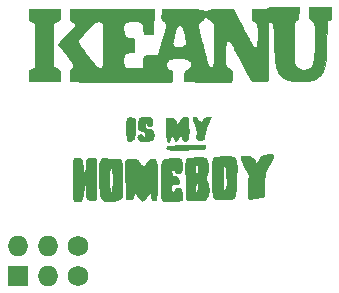
<source format=gbr>
G04 #@! TF.GenerationSoftware,KiCad,Pcbnew,(5.1.2)-1*
G04 #@! TF.CreationDate,2019-09-13T22:49:14-05:00*
G04 #@! TF.ProjectId,keanu-homeboy,6b65616e-752d-4686-9f6d-65626f792e6b,rev?*
G04 #@! TF.SameCoordinates,Original*
G04 #@! TF.FileFunction,Copper,L1,Top*
G04 #@! TF.FilePolarity,Positive*
%FSLAX46Y46*%
G04 Gerber Fmt 4.6, Leading zero omitted, Abs format (unit mm)*
G04 Created by KiCad (PCBNEW (5.1.2)-1) date 2019-09-13 22:49:14*
%MOMM*%
%LPD*%
G04 APERTURE LIST*
%ADD10C,0.010000*%
%ADD11C,1.727200*%
%ADD12O,1.727200X1.727200*%
%ADD13R,1.727200X1.727200*%
G04 APERTURE END LIST*
D10*
G36*
X-12513506Y-6470987D02*
G01*
X-12466520Y-6472802D01*
X-12431314Y-6477301D01*
X-12401082Y-6485690D01*
X-12369014Y-6499175D01*
X-12340621Y-6512886D01*
X-12295983Y-6537360D01*
X-12258994Y-6562145D01*
X-12237155Y-6582172D01*
X-12236288Y-6583416D01*
X-12211083Y-6634382D01*
X-12186700Y-6707670D01*
X-12163760Y-6800204D01*
X-12142884Y-6908906D01*
X-12124692Y-7030701D01*
X-12109807Y-7162510D01*
X-12102704Y-7245350D01*
X-12090959Y-7377499D01*
X-12077099Y-7493226D01*
X-12061485Y-7590265D01*
X-12044480Y-7666349D01*
X-12027240Y-7717439D01*
X-12004251Y-7756661D01*
X-11981292Y-7771676D01*
X-11958744Y-7763676D01*
X-11936984Y-7733853D01*
X-11916391Y-7683397D01*
X-11897344Y-7613500D01*
X-11880222Y-7525354D01*
X-11865402Y-7420149D01*
X-11853264Y-7299077D01*
X-11844185Y-7163330D01*
X-11842904Y-7137400D01*
X-11835659Y-7002236D01*
X-11827206Y-6890047D01*
X-11816752Y-6798410D01*
X-11803503Y-6724903D01*
X-11786663Y-6667103D01*
X-11765438Y-6622589D01*
X-11739035Y-6588937D01*
X-11706658Y-6563726D01*
X-11667513Y-6544533D01*
X-11645900Y-6536685D01*
X-11574717Y-6517666D01*
X-11486650Y-6501306D01*
X-11390165Y-6488660D01*
X-11293726Y-6480784D01*
X-11205800Y-6478730D01*
X-11185135Y-6479290D01*
X-11125848Y-6482272D01*
X-11086442Y-6486322D01*
X-11061397Y-6492657D01*
X-11045195Y-6502497D01*
X-11036114Y-6512176D01*
X-11021224Y-6540028D01*
X-11007626Y-6585571D01*
X-10995297Y-6649370D01*
X-10984212Y-6731992D01*
X-10974348Y-6834003D01*
X-10965683Y-6955967D01*
X-10958192Y-7098451D01*
X-10951853Y-7262020D01*
X-10946642Y-7447241D01*
X-10942535Y-7654678D01*
X-10939510Y-7884898D01*
X-10937544Y-8138466D01*
X-10936611Y-8415949D01*
X-10936690Y-8717911D01*
X-10937206Y-8908978D01*
X-10941050Y-10001107D01*
X-11099800Y-10035715D01*
X-11210814Y-10058941D01*
X-11301062Y-10075440D01*
X-11374152Y-10085627D01*
X-11433693Y-10089918D01*
X-11483295Y-10088725D01*
X-11519215Y-10083923D01*
X-11595973Y-10059747D01*
X-11659576Y-10017568D01*
X-11711186Y-9955943D01*
X-11751965Y-9873427D01*
X-11783074Y-9768576D01*
X-11786927Y-9751076D01*
X-11794893Y-9708326D01*
X-11801574Y-9659877D01*
X-11807219Y-9602309D01*
X-11812074Y-9532199D01*
X-11816385Y-9446129D01*
X-11820400Y-9340675D01*
X-11823401Y-9245600D01*
X-11828140Y-9104575D01*
X-11833359Y-8987451D01*
X-11839184Y-8892729D01*
X-11845742Y-8818911D01*
X-11853162Y-8764501D01*
X-11861569Y-8727999D01*
X-11868758Y-8711217D01*
X-11885851Y-8698911D01*
X-11905613Y-8710226D01*
X-11926352Y-8743759D01*
X-11935969Y-8766835D01*
X-11954510Y-8825472D01*
X-11974651Y-8906720D01*
X-11996494Y-9011100D01*
X-12020140Y-9139138D01*
X-12045691Y-9291354D01*
X-12073247Y-9468273D01*
X-12077952Y-9499600D01*
X-12092551Y-9595731D01*
X-12106979Y-9687959D01*
X-12120536Y-9772004D01*
X-12132518Y-9843587D01*
X-12142225Y-9898429D01*
X-12148761Y-9931400D01*
X-12176281Y-10022403D01*
X-12213482Y-10091160D01*
X-12261749Y-10139434D01*
X-12322466Y-10168985D01*
X-12339033Y-10173484D01*
X-12384170Y-10180943D01*
X-12445091Y-10186710D01*
X-12514227Y-10190536D01*
X-12584009Y-10192175D01*
X-12646867Y-10191377D01*
X-12695231Y-10187897D01*
X-12709307Y-10185596D01*
X-12774878Y-10166561D01*
X-12826295Y-10141550D01*
X-12858928Y-10113078D01*
X-12866021Y-10100430D01*
X-12874322Y-10065539D01*
X-12882098Y-10007190D01*
X-12889333Y-9927319D01*
X-12896014Y-9827861D01*
X-12902128Y-9710754D01*
X-12907659Y-9577933D01*
X-12912595Y-9431334D01*
X-12916921Y-9272894D01*
X-12920624Y-9104550D01*
X-12923690Y-8928236D01*
X-12926105Y-8745890D01*
X-12927855Y-8559448D01*
X-12928926Y-8370846D01*
X-12929304Y-8182020D01*
X-12928976Y-7994906D01*
X-12927928Y-7811441D01*
X-12926145Y-7633561D01*
X-12923615Y-7463202D01*
X-12920323Y-7302301D01*
X-12916255Y-7152793D01*
X-12911397Y-7016615D01*
X-12905736Y-6895703D01*
X-12899258Y-6791993D01*
X-12891949Y-6707422D01*
X-12890395Y-6693058D01*
X-12880033Y-6624375D01*
X-12864867Y-6575135D01*
X-12841627Y-6539429D01*
X-12807042Y-6511346D01*
X-12781831Y-6496921D01*
X-12756049Y-6485319D01*
X-12727488Y-6477654D01*
X-12690271Y-6473163D01*
X-12638521Y-6471086D01*
X-12579083Y-6470650D01*
X-12513506Y-6470987D01*
X-12513506Y-6470987D01*
G37*
X-12513506Y-6470987D02*
X-12466520Y-6472802D01*
X-12431314Y-6477301D01*
X-12401082Y-6485690D01*
X-12369014Y-6499175D01*
X-12340621Y-6512886D01*
X-12295983Y-6537360D01*
X-12258994Y-6562145D01*
X-12237155Y-6582172D01*
X-12236288Y-6583416D01*
X-12211083Y-6634382D01*
X-12186700Y-6707670D01*
X-12163760Y-6800204D01*
X-12142884Y-6908906D01*
X-12124692Y-7030701D01*
X-12109807Y-7162510D01*
X-12102704Y-7245350D01*
X-12090959Y-7377499D01*
X-12077099Y-7493226D01*
X-12061485Y-7590265D01*
X-12044480Y-7666349D01*
X-12027240Y-7717439D01*
X-12004251Y-7756661D01*
X-11981292Y-7771676D01*
X-11958744Y-7763676D01*
X-11936984Y-7733853D01*
X-11916391Y-7683397D01*
X-11897344Y-7613500D01*
X-11880222Y-7525354D01*
X-11865402Y-7420149D01*
X-11853264Y-7299077D01*
X-11844185Y-7163330D01*
X-11842904Y-7137400D01*
X-11835659Y-7002236D01*
X-11827206Y-6890047D01*
X-11816752Y-6798410D01*
X-11803503Y-6724903D01*
X-11786663Y-6667103D01*
X-11765438Y-6622589D01*
X-11739035Y-6588937D01*
X-11706658Y-6563726D01*
X-11667513Y-6544533D01*
X-11645900Y-6536685D01*
X-11574717Y-6517666D01*
X-11486650Y-6501306D01*
X-11390165Y-6488660D01*
X-11293726Y-6480784D01*
X-11205800Y-6478730D01*
X-11185135Y-6479290D01*
X-11125848Y-6482272D01*
X-11086442Y-6486322D01*
X-11061397Y-6492657D01*
X-11045195Y-6502497D01*
X-11036114Y-6512176D01*
X-11021224Y-6540028D01*
X-11007626Y-6585571D01*
X-10995297Y-6649370D01*
X-10984212Y-6731992D01*
X-10974348Y-6834003D01*
X-10965683Y-6955967D01*
X-10958192Y-7098451D01*
X-10951853Y-7262020D01*
X-10946642Y-7447241D01*
X-10942535Y-7654678D01*
X-10939510Y-7884898D01*
X-10937544Y-8138466D01*
X-10936611Y-8415949D01*
X-10936690Y-8717911D01*
X-10937206Y-8908978D01*
X-10941050Y-10001107D01*
X-11099800Y-10035715D01*
X-11210814Y-10058941D01*
X-11301062Y-10075440D01*
X-11374152Y-10085627D01*
X-11433693Y-10089918D01*
X-11483295Y-10088725D01*
X-11519215Y-10083923D01*
X-11595973Y-10059747D01*
X-11659576Y-10017568D01*
X-11711186Y-9955943D01*
X-11751965Y-9873427D01*
X-11783074Y-9768576D01*
X-11786927Y-9751076D01*
X-11794893Y-9708326D01*
X-11801574Y-9659877D01*
X-11807219Y-9602309D01*
X-11812074Y-9532199D01*
X-11816385Y-9446129D01*
X-11820400Y-9340675D01*
X-11823401Y-9245600D01*
X-11828140Y-9104575D01*
X-11833359Y-8987451D01*
X-11839184Y-8892729D01*
X-11845742Y-8818911D01*
X-11853162Y-8764501D01*
X-11861569Y-8727999D01*
X-11868758Y-8711217D01*
X-11885851Y-8698911D01*
X-11905613Y-8710226D01*
X-11926352Y-8743759D01*
X-11935969Y-8766835D01*
X-11954510Y-8825472D01*
X-11974651Y-8906720D01*
X-11996494Y-9011100D01*
X-12020140Y-9139138D01*
X-12045691Y-9291354D01*
X-12073247Y-9468273D01*
X-12077952Y-9499600D01*
X-12092551Y-9595731D01*
X-12106979Y-9687959D01*
X-12120536Y-9772004D01*
X-12132518Y-9843587D01*
X-12142225Y-9898429D01*
X-12148761Y-9931400D01*
X-12176281Y-10022403D01*
X-12213482Y-10091160D01*
X-12261749Y-10139434D01*
X-12322466Y-10168985D01*
X-12339033Y-10173484D01*
X-12384170Y-10180943D01*
X-12445091Y-10186710D01*
X-12514227Y-10190536D01*
X-12584009Y-10192175D01*
X-12646867Y-10191377D01*
X-12695231Y-10187897D01*
X-12709307Y-10185596D01*
X-12774878Y-10166561D01*
X-12826295Y-10141550D01*
X-12858928Y-10113078D01*
X-12866021Y-10100430D01*
X-12874322Y-10065539D01*
X-12882098Y-10007190D01*
X-12889333Y-9927319D01*
X-12896014Y-9827861D01*
X-12902128Y-9710754D01*
X-12907659Y-9577933D01*
X-12912595Y-9431334D01*
X-12916921Y-9272894D01*
X-12920624Y-9104550D01*
X-12923690Y-8928236D01*
X-12926105Y-8745890D01*
X-12927855Y-8559448D01*
X-12928926Y-8370846D01*
X-12929304Y-8182020D01*
X-12928976Y-7994906D01*
X-12927928Y-7811441D01*
X-12926145Y-7633561D01*
X-12923615Y-7463202D01*
X-12920323Y-7302301D01*
X-12916255Y-7152793D01*
X-12911397Y-7016615D01*
X-12905736Y-6895703D01*
X-12899258Y-6791993D01*
X-12891949Y-6707422D01*
X-12890395Y-6693058D01*
X-12880033Y-6624375D01*
X-12864867Y-6575135D01*
X-12841627Y-6539429D01*
X-12807042Y-6511346D01*
X-12781831Y-6496921D01*
X-12756049Y-6485319D01*
X-12727488Y-6477654D01*
X-12690271Y-6473163D01*
X-12638521Y-6471086D01*
X-12579083Y-6470650D01*
X-12513506Y-6470987D01*
G36*
X-10241923Y-6512091D02*
G01*
X-10229255Y-6515252D01*
X-10170935Y-6528962D01*
X-10111720Y-6540067D01*
X-10048181Y-6548814D01*
X-9976889Y-6555448D01*
X-9894412Y-6560216D01*
X-9797321Y-6563364D01*
X-9682185Y-6565137D01*
X-9545575Y-6565781D01*
X-9524494Y-6565795D01*
X-9387205Y-6566406D01*
X-9272784Y-6568589D01*
X-9178715Y-6572993D01*
X-9102484Y-6580268D01*
X-9041575Y-6591062D01*
X-8993474Y-6606023D01*
X-8955663Y-6625800D01*
X-8925630Y-6651043D01*
X-8900857Y-6682399D01*
X-8878830Y-6720517D01*
X-8872039Y-6734069D01*
X-8851617Y-6790144D01*
X-8832816Y-6871350D01*
X-8815650Y-6977469D01*
X-8800138Y-7108281D01*
X-8786296Y-7263569D01*
X-8774139Y-7443114D01*
X-8763686Y-7646698D01*
X-8754953Y-7874101D01*
X-8747956Y-8125106D01*
X-8742712Y-8399495D01*
X-8742127Y-8439150D01*
X-8739902Y-8673600D01*
X-8740137Y-8889336D01*
X-8742790Y-9085569D01*
X-8747822Y-9261509D01*
X-8755191Y-9416365D01*
X-8764856Y-9549350D01*
X-8776778Y-9659672D01*
X-8790915Y-9746542D01*
X-8807226Y-9809171D01*
X-8813536Y-9825435D01*
X-8857104Y-9894366D01*
X-8923688Y-9957555D01*
X-9011411Y-10014294D01*
X-9118392Y-10063878D01*
X-9242755Y-10105601D01*
X-9382619Y-10138757D01*
X-9536106Y-10162640D01*
X-9701338Y-10176544D01*
X-9753600Y-10178685D01*
X-9826842Y-10179794D01*
X-9900152Y-10178885D01*
X-9965105Y-10176181D01*
X-10013274Y-10171905D01*
X-10013950Y-10171813D01*
X-10151197Y-10145958D01*
X-10273463Y-10108667D01*
X-10378662Y-10060993D01*
X-10464710Y-10003989D01*
X-10529519Y-9938709D01*
X-10556330Y-9897883D01*
X-10571304Y-9867153D01*
X-10583913Y-9832764D01*
X-10594825Y-9791137D01*
X-10604710Y-9738686D01*
X-10614239Y-9671832D01*
X-10624080Y-9586990D01*
X-10634903Y-9480578D01*
X-10635524Y-9474200D01*
X-10660312Y-9190092D01*
X-10681526Y-8887415D01*
X-10698859Y-8572785D01*
X-10711668Y-8260931D01*
X-9853151Y-8260931D01*
X-9852402Y-8458883D01*
X-9849201Y-8643669D01*
X-9843634Y-8813303D01*
X-9835785Y-8965798D01*
X-9825741Y-9099167D01*
X-9813585Y-9211423D01*
X-9799404Y-9300580D01*
X-9797553Y-9309710D01*
X-9783754Y-9342620D01*
X-9759699Y-9374791D01*
X-9732074Y-9399120D01*
X-9707565Y-9408506D01*
X-9704807Y-9408231D01*
X-9687342Y-9395274D01*
X-9666419Y-9366624D01*
X-9655801Y-9347200D01*
X-9637653Y-9295968D01*
X-9621431Y-9222274D01*
X-9607188Y-9128986D01*
X-9594974Y-9018973D01*
X-9584840Y-8895104D01*
X-9576837Y-8760246D01*
X-9571015Y-8617268D01*
X-9567426Y-8469039D01*
X-9566120Y-8318427D01*
X-9567149Y-8168301D01*
X-9570563Y-8021529D01*
X-9576414Y-7880979D01*
X-9584751Y-7749520D01*
X-9595627Y-7630020D01*
X-9609091Y-7525349D01*
X-9622172Y-7452251D01*
X-9642727Y-7372313D01*
X-9665755Y-7317383D01*
X-9691647Y-7287150D01*
X-9720794Y-7281307D01*
X-9753588Y-7299545D01*
X-9780064Y-7327900D01*
X-9794356Y-7348773D01*
X-9806448Y-7374070D01*
X-9816563Y-7406049D01*
X-9824923Y-7446969D01*
X-9831751Y-7499089D01*
X-9837269Y-7564668D01*
X-9841700Y-7645965D01*
X-9845267Y-7745238D01*
X-9848191Y-7864748D01*
X-9850695Y-8006753D01*
X-9851365Y-8051800D01*
X-9853151Y-8260931D01*
X-10711668Y-8260931D01*
X-10712001Y-8252824D01*
X-10720645Y-7934149D01*
X-10724480Y-7623379D01*
X-10724643Y-7562850D01*
X-10724590Y-7421628D01*
X-10723940Y-7303001D01*
X-10722415Y-7204165D01*
X-10719737Y-7122315D01*
X-10715627Y-7054647D01*
X-10709809Y-6998359D01*
X-10702004Y-6950645D01*
X-10691934Y-6908703D01*
X-10679322Y-6869728D01*
X-10663889Y-6830917D01*
X-10648715Y-6796768D01*
X-10617918Y-6738999D01*
X-10578131Y-6677739D01*
X-10534385Y-6619690D01*
X-10491712Y-6571557D01*
X-10456881Y-6541208D01*
X-10408538Y-6513293D01*
X-10361673Y-6499715D01*
X-10308673Y-6499603D01*
X-10241923Y-6512091D01*
X-10241923Y-6512091D01*
G37*
X-10241923Y-6512091D02*
X-10229255Y-6515252D01*
X-10170935Y-6528962D01*
X-10111720Y-6540067D01*
X-10048181Y-6548814D01*
X-9976889Y-6555448D01*
X-9894412Y-6560216D01*
X-9797321Y-6563364D01*
X-9682185Y-6565137D01*
X-9545575Y-6565781D01*
X-9524494Y-6565795D01*
X-9387205Y-6566406D01*
X-9272784Y-6568589D01*
X-9178715Y-6572993D01*
X-9102484Y-6580268D01*
X-9041575Y-6591062D01*
X-8993474Y-6606023D01*
X-8955663Y-6625800D01*
X-8925630Y-6651043D01*
X-8900857Y-6682399D01*
X-8878830Y-6720517D01*
X-8872039Y-6734069D01*
X-8851617Y-6790144D01*
X-8832816Y-6871350D01*
X-8815650Y-6977469D01*
X-8800138Y-7108281D01*
X-8786296Y-7263569D01*
X-8774139Y-7443114D01*
X-8763686Y-7646698D01*
X-8754953Y-7874101D01*
X-8747956Y-8125106D01*
X-8742712Y-8399495D01*
X-8742127Y-8439150D01*
X-8739902Y-8673600D01*
X-8740137Y-8889336D01*
X-8742790Y-9085569D01*
X-8747822Y-9261509D01*
X-8755191Y-9416365D01*
X-8764856Y-9549350D01*
X-8776778Y-9659672D01*
X-8790915Y-9746542D01*
X-8807226Y-9809171D01*
X-8813536Y-9825435D01*
X-8857104Y-9894366D01*
X-8923688Y-9957555D01*
X-9011411Y-10014294D01*
X-9118392Y-10063878D01*
X-9242755Y-10105601D01*
X-9382619Y-10138757D01*
X-9536106Y-10162640D01*
X-9701338Y-10176544D01*
X-9753600Y-10178685D01*
X-9826842Y-10179794D01*
X-9900152Y-10178885D01*
X-9965105Y-10176181D01*
X-10013274Y-10171905D01*
X-10013950Y-10171813D01*
X-10151197Y-10145958D01*
X-10273463Y-10108667D01*
X-10378662Y-10060993D01*
X-10464710Y-10003989D01*
X-10529519Y-9938709D01*
X-10556330Y-9897883D01*
X-10571304Y-9867153D01*
X-10583913Y-9832764D01*
X-10594825Y-9791137D01*
X-10604710Y-9738686D01*
X-10614239Y-9671832D01*
X-10624080Y-9586990D01*
X-10634903Y-9480578D01*
X-10635524Y-9474200D01*
X-10660312Y-9190092D01*
X-10681526Y-8887415D01*
X-10698859Y-8572785D01*
X-10711668Y-8260931D01*
X-9853151Y-8260931D01*
X-9852402Y-8458883D01*
X-9849201Y-8643669D01*
X-9843634Y-8813303D01*
X-9835785Y-8965798D01*
X-9825741Y-9099167D01*
X-9813585Y-9211423D01*
X-9799404Y-9300580D01*
X-9797553Y-9309710D01*
X-9783754Y-9342620D01*
X-9759699Y-9374791D01*
X-9732074Y-9399120D01*
X-9707565Y-9408506D01*
X-9704807Y-9408231D01*
X-9687342Y-9395274D01*
X-9666419Y-9366624D01*
X-9655801Y-9347200D01*
X-9637653Y-9295968D01*
X-9621431Y-9222274D01*
X-9607188Y-9128986D01*
X-9594974Y-9018973D01*
X-9584840Y-8895104D01*
X-9576837Y-8760246D01*
X-9571015Y-8617268D01*
X-9567426Y-8469039D01*
X-9566120Y-8318427D01*
X-9567149Y-8168301D01*
X-9570563Y-8021529D01*
X-9576414Y-7880979D01*
X-9584751Y-7749520D01*
X-9595627Y-7630020D01*
X-9609091Y-7525349D01*
X-9622172Y-7452251D01*
X-9642727Y-7372313D01*
X-9665755Y-7317383D01*
X-9691647Y-7287150D01*
X-9720794Y-7281307D01*
X-9753588Y-7299545D01*
X-9780064Y-7327900D01*
X-9794356Y-7348773D01*
X-9806448Y-7374070D01*
X-9816563Y-7406049D01*
X-9824923Y-7446969D01*
X-9831751Y-7499089D01*
X-9837269Y-7564668D01*
X-9841700Y-7645965D01*
X-9845267Y-7745238D01*
X-9848191Y-7864748D01*
X-9850695Y-8006753D01*
X-9851365Y-8051800D01*
X-9853151Y-8260931D01*
X-10711668Y-8260931D01*
X-10712001Y-8252824D01*
X-10720645Y-7934149D01*
X-10724480Y-7623379D01*
X-10724643Y-7562850D01*
X-10724590Y-7421628D01*
X-10723940Y-7303001D01*
X-10722415Y-7204165D01*
X-10719737Y-7122315D01*
X-10715627Y-7054647D01*
X-10709809Y-6998359D01*
X-10702004Y-6950645D01*
X-10691934Y-6908703D01*
X-10679322Y-6869728D01*
X-10663889Y-6830917D01*
X-10648715Y-6796768D01*
X-10617918Y-6738999D01*
X-10578131Y-6677739D01*
X-10534385Y-6619690D01*
X-10491712Y-6571557D01*
X-10456881Y-6541208D01*
X-10408538Y-6513293D01*
X-10361673Y-6499715D01*
X-10308673Y-6499603D01*
X-10241923Y-6512091D01*
G36*
X-4125446Y-6508140D02*
G01*
X-4026941Y-6517430D01*
X-3944031Y-6532602D01*
X-3879853Y-6553984D01*
X-3843082Y-6576661D01*
X-3812545Y-6616875D01*
X-3784335Y-6682102D01*
X-3758568Y-6772055D01*
X-3750603Y-6807200D01*
X-3742926Y-6847582D01*
X-3737080Y-6890639D01*
X-3732841Y-6940470D01*
X-3729988Y-7001171D01*
X-3728297Y-7076839D01*
X-3727545Y-7171571D01*
X-3727450Y-7232650D01*
X-3727831Y-7344519D01*
X-3729303Y-7434254D01*
X-3732357Y-7505114D01*
X-3737489Y-7560359D01*
X-3745189Y-7603247D01*
X-3755952Y-7637038D01*
X-3770270Y-7664990D01*
X-3788636Y-7690363D01*
X-3798427Y-7701892D01*
X-3849694Y-7742872D01*
X-3918938Y-7772422D01*
X-4000541Y-7788513D01*
X-4044950Y-7790882D01*
X-4113281Y-7783965D01*
X-4173906Y-7760611D01*
X-4230981Y-7718297D01*
X-4288666Y-7654497D01*
X-4305159Y-7632891D01*
X-4368584Y-7554129D01*
X-4425048Y-7498169D01*
X-4474132Y-7465309D01*
X-4515418Y-7455846D01*
X-4541524Y-7464619D01*
X-4562425Y-7484761D01*
X-4576767Y-7515163D01*
X-4585423Y-7559816D01*
X-4589270Y-7622707D01*
X-4589533Y-7683500D01*
X-4584284Y-7795249D01*
X-4571325Y-7889040D01*
X-4551099Y-7962865D01*
X-4524048Y-8014720D01*
X-4513970Y-8026400D01*
X-4498177Y-8040732D01*
X-4481545Y-8049760D01*
X-4458287Y-8054502D01*
X-4422616Y-8055973D01*
X-4368744Y-8055190D01*
X-4352417Y-8054779D01*
X-4267654Y-8055755D01*
X-4202529Y-8065125D01*
X-4152057Y-8085052D01*
X-4111250Y-8117702D01*
X-4075123Y-8165240D01*
X-4066776Y-8178800D01*
X-4028570Y-8253101D01*
X-3997917Y-8333021D01*
X-3975786Y-8413566D01*
X-3963144Y-8489744D01*
X-3960958Y-8556560D01*
X-3970198Y-8609021D01*
X-3979596Y-8628602D01*
X-4004750Y-8658677D01*
X-4038206Y-8681861D01*
X-4083580Y-8699273D01*
X-4144488Y-8712030D01*
X-4224545Y-8721250D01*
X-4295455Y-8726291D01*
X-4391451Y-8733077D01*
X-4465135Y-8742746D01*
X-4519438Y-8758434D01*
X-4557293Y-8783276D01*
X-4581629Y-8820408D01*
X-4595378Y-8872965D01*
X-4601472Y-8944084D01*
X-4602841Y-9036900D01*
X-4602815Y-9055100D01*
X-4601130Y-9151503D01*
X-4596152Y-9226691D01*
X-4587160Y-9284717D01*
X-4573436Y-9329636D01*
X-4554260Y-9365500D01*
X-4545636Y-9377292D01*
X-4516538Y-9403919D01*
X-4485285Y-9410798D01*
X-4450463Y-9397085D01*
X-4410664Y-9361931D01*
X-4364475Y-9304492D01*
X-4323243Y-9243888D01*
X-4272275Y-9170167D01*
X-4226246Y-9116968D01*
X-4180546Y-9081275D01*
X-4130566Y-9060074D01*
X-4071698Y-9050347D01*
X-4024963Y-9048750D01*
X-3946298Y-9054945D01*
X-3885379Y-9075629D01*
X-3837226Y-9113947D01*
X-3796858Y-9173044D01*
X-3782344Y-9201987D01*
X-3754159Y-9276004D01*
X-3728614Y-9369039D01*
X-3706623Y-9474770D01*
X-3689101Y-9586874D01*
X-3676960Y-9699029D01*
X-3671115Y-9804912D01*
X-3672479Y-9898201D01*
X-3676047Y-9937317D01*
X-3684460Y-9981013D01*
X-3699384Y-10016883D01*
X-3723320Y-10046003D01*
X-3758773Y-10069449D01*
X-3808246Y-10088296D01*
X-3874243Y-10103621D01*
X-3959266Y-10116501D01*
X-4065820Y-10128010D01*
X-4133850Y-10134090D01*
X-4190211Y-10137615D01*
X-4265574Y-10140469D01*
X-4355708Y-10142652D01*
X-4456381Y-10144162D01*
X-4563362Y-10145001D01*
X-4672420Y-10145168D01*
X-4779321Y-10144663D01*
X-4879835Y-10143487D01*
X-4969730Y-10141638D01*
X-5044773Y-10139116D01*
X-5100734Y-10135923D01*
X-5119931Y-10134110D01*
X-5206379Y-10122659D01*
X-5271350Y-10110522D01*
X-5318763Y-10096528D01*
X-5352537Y-10079504D01*
X-5376590Y-10058277D01*
X-5377667Y-10057015D01*
X-5396248Y-10029683D01*
X-5412741Y-9993498D01*
X-5427249Y-9947079D01*
X-5439876Y-9889044D01*
X-5450727Y-9818013D01*
X-5459907Y-9732604D01*
X-5467521Y-9631436D01*
X-5473672Y-9513127D01*
X-5478465Y-9376297D01*
X-5482005Y-9219564D01*
X-5484396Y-9041546D01*
X-5485743Y-8840863D01*
X-5486151Y-8623300D01*
X-5485363Y-8361119D01*
X-5483035Y-8115424D01*
X-5479210Y-7887013D01*
X-5473932Y-7676680D01*
X-5467245Y-7485223D01*
X-5459193Y-7313437D01*
X-5449821Y-7162121D01*
X-5439171Y-7032069D01*
X-5427288Y-6924079D01*
X-5414216Y-6838947D01*
X-5399999Y-6777469D01*
X-5384681Y-6740442D01*
X-5382061Y-6736751D01*
X-5341101Y-6700899D01*
X-5278092Y-6667014D01*
X-5196171Y-6635422D01*
X-5098475Y-6606450D01*
X-4988141Y-6580423D01*
X-4868305Y-6557670D01*
X-4742106Y-6538515D01*
X-4612680Y-6523284D01*
X-4483164Y-6512306D01*
X-4356695Y-6505904D01*
X-4236410Y-6504407D01*
X-4125446Y-6508140D01*
X-4125446Y-6508140D01*
G37*
X-4125446Y-6508140D02*
X-4026941Y-6517430D01*
X-3944031Y-6532602D01*
X-3879853Y-6553984D01*
X-3843082Y-6576661D01*
X-3812545Y-6616875D01*
X-3784335Y-6682102D01*
X-3758568Y-6772055D01*
X-3750603Y-6807200D01*
X-3742926Y-6847582D01*
X-3737080Y-6890639D01*
X-3732841Y-6940470D01*
X-3729988Y-7001171D01*
X-3728297Y-7076839D01*
X-3727545Y-7171571D01*
X-3727450Y-7232650D01*
X-3727831Y-7344519D01*
X-3729303Y-7434254D01*
X-3732357Y-7505114D01*
X-3737489Y-7560359D01*
X-3745189Y-7603247D01*
X-3755952Y-7637038D01*
X-3770270Y-7664990D01*
X-3788636Y-7690363D01*
X-3798427Y-7701892D01*
X-3849694Y-7742872D01*
X-3918938Y-7772422D01*
X-4000541Y-7788513D01*
X-4044950Y-7790882D01*
X-4113281Y-7783965D01*
X-4173906Y-7760611D01*
X-4230981Y-7718297D01*
X-4288666Y-7654497D01*
X-4305159Y-7632891D01*
X-4368584Y-7554129D01*
X-4425048Y-7498169D01*
X-4474132Y-7465309D01*
X-4515418Y-7455846D01*
X-4541524Y-7464619D01*
X-4562425Y-7484761D01*
X-4576767Y-7515163D01*
X-4585423Y-7559816D01*
X-4589270Y-7622707D01*
X-4589533Y-7683500D01*
X-4584284Y-7795249D01*
X-4571325Y-7889040D01*
X-4551099Y-7962865D01*
X-4524048Y-8014720D01*
X-4513970Y-8026400D01*
X-4498177Y-8040732D01*
X-4481545Y-8049760D01*
X-4458287Y-8054502D01*
X-4422616Y-8055973D01*
X-4368744Y-8055190D01*
X-4352417Y-8054779D01*
X-4267654Y-8055755D01*
X-4202529Y-8065125D01*
X-4152057Y-8085052D01*
X-4111250Y-8117702D01*
X-4075123Y-8165240D01*
X-4066776Y-8178800D01*
X-4028570Y-8253101D01*
X-3997917Y-8333021D01*
X-3975786Y-8413566D01*
X-3963144Y-8489744D01*
X-3960958Y-8556560D01*
X-3970198Y-8609021D01*
X-3979596Y-8628602D01*
X-4004750Y-8658677D01*
X-4038206Y-8681861D01*
X-4083580Y-8699273D01*
X-4144488Y-8712030D01*
X-4224545Y-8721250D01*
X-4295455Y-8726291D01*
X-4391451Y-8733077D01*
X-4465135Y-8742746D01*
X-4519438Y-8758434D01*
X-4557293Y-8783276D01*
X-4581629Y-8820408D01*
X-4595378Y-8872965D01*
X-4601472Y-8944084D01*
X-4602841Y-9036900D01*
X-4602815Y-9055100D01*
X-4601130Y-9151503D01*
X-4596152Y-9226691D01*
X-4587160Y-9284717D01*
X-4573436Y-9329636D01*
X-4554260Y-9365500D01*
X-4545636Y-9377292D01*
X-4516538Y-9403919D01*
X-4485285Y-9410798D01*
X-4450463Y-9397085D01*
X-4410664Y-9361931D01*
X-4364475Y-9304492D01*
X-4323243Y-9243888D01*
X-4272275Y-9170167D01*
X-4226246Y-9116968D01*
X-4180546Y-9081275D01*
X-4130566Y-9060074D01*
X-4071698Y-9050347D01*
X-4024963Y-9048750D01*
X-3946298Y-9054945D01*
X-3885379Y-9075629D01*
X-3837226Y-9113947D01*
X-3796858Y-9173044D01*
X-3782344Y-9201987D01*
X-3754159Y-9276004D01*
X-3728614Y-9369039D01*
X-3706623Y-9474770D01*
X-3689101Y-9586874D01*
X-3676960Y-9699029D01*
X-3671115Y-9804912D01*
X-3672479Y-9898201D01*
X-3676047Y-9937317D01*
X-3684460Y-9981013D01*
X-3699384Y-10016883D01*
X-3723320Y-10046003D01*
X-3758773Y-10069449D01*
X-3808246Y-10088296D01*
X-3874243Y-10103621D01*
X-3959266Y-10116501D01*
X-4065820Y-10128010D01*
X-4133850Y-10134090D01*
X-4190211Y-10137615D01*
X-4265574Y-10140469D01*
X-4355708Y-10142652D01*
X-4456381Y-10144162D01*
X-4563362Y-10145001D01*
X-4672420Y-10145168D01*
X-4779321Y-10144663D01*
X-4879835Y-10143487D01*
X-4969730Y-10141638D01*
X-5044773Y-10139116D01*
X-5100734Y-10135923D01*
X-5119931Y-10134110D01*
X-5206379Y-10122659D01*
X-5271350Y-10110522D01*
X-5318763Y-10096528D01*
X-5352537Y-10079504D01*
X-5376590Y-10058277D01*
X-5377667Y-10057015D01*
X-5396248Y-10029683D01*
X-5412741Y-9993498D01*
X-5427249Y-9947079D01*
X-5439876Y-9889044D01*
X-5450727Y-9818013D01*
X-5459907Y-9732604D01*
X-5467521Y-9631436D01*
X-5473672Y-9513127D01*
X-5478465Y-9376297D01*
X-5482005Y-9219564D01*
X-5484396Y-9041546D01*
X-5485743Y-8840863D01*
X-5486151Y-8623300D01*
X-5485363Y-8361119D01*
X-5483035Y-8115424D01*
X-5479210Y-7887013D01*
X-5473932Y-7676680D01*
X-5467245Y-7485223D01*
X-5459193Y-7313437D01*
X-5449821Y-7162121D01*
X-5439171Y-7032069D01*
X-5427288Y-6924079D01*
X-5414216Y-6838947D01*
X-5399999Y-6777469D01*
X-5384681Y-6740442D01*
X-5382061Y-6736751D01*
X-5341101Y-6700899D01*
X-5278092Y-6667014D01*
X-5196171Y-6635422D01*
X-5098475Y-6606450D01*
X-4988141Y-6580423D01*
X-4868305Y-6557670D01*
X-4742106Y-6538515D01*
X-4612680Y-6523284D01*
X-4483164Y-6512306D01*
X-4356695Y-6505904D01*
X-4236410Y-6504407D01*
X-4125446Y-6508140D01*
G36*
X-8064500Y-6559651D02*
G01*
X-7964444Y-6560468D01*
X-7884429Y-6563065D01*
X-7819138Y-6567801D01*
X-7763251Y-6575037D01*
X-7721600Y-6582898D01*
X-7659667Y-6596601D01*
X-7609672Y-6609858D01*
X-7568018Y-6625337D01*
X-7531108Y-6645707D01*
X-7495346Y-6673635D01*
X-7457135Y-6711789D01*
X-7412878Y-6762839D01*
X-7358980Y-6829451D01*
X-7315835Y-6883925D01*
X-7261380Y-6951944D01*
X-7209239Y-7015392D01*
X-7162407Y-7070752D01*
X-7123879Y-7114511D01*
X-7096650Y-7143150D01*
X-7089373Y-7149768D01*
X-7026554Y-7190805D01*
X-6966427Y-7207683D01*
X-6908573Y-7200185D01*
X-6852571Y-7168095D01*
X-6798001Y-7111198D01*
X-6744442Y-7029278D01*
X-6705248Y-6952494D01*
X-6651674Y-6852235D01*
X-6593121Y-6773015D01*
X-6525632Y-6710493D01*
X-6445247Y-6660328D01*
X-6433357Y-6654347D01*
X-6376280Y-6630686D01*
X-6308170Y-6608906D01*
X-6238454Y-6591488D01*
X-6176561Y-6580917D01*
X-6146800Y-6578891D01*
X-6072093Y-6590629D01*
X-6003634Y-6624258D01*
X-5967144Y-6655353D01*
X-5940603Y-6688386D01*
X-5916878Y-6729648D01*
X-5895868Y-6780386D01*
X-5877474Y-6841848D01*
X-5861594Y-6915282D01*
X-5848129Y-7001936D01*
X-5836978Y-7103057D01*
X-5828040Y-7219894D01*
X-5821214Y-7353694D01*
X-5816401Y-7505705D01*
X-5813500Y-7677176D01*
X-5812409Y-7869353D01*
X-5813030Y-8083485D01*
X-5815260Y-8320820D01*
X-5817841Y-8509000D01*
X-5821524Y-8736251D01*
X-5825346Y-8939525D01*
X-5829419Y-9120244D01*
X-5833856Y-9279832D01*
X-5838769Y-9419711D01*
X-5844271Y-9541303D01*
X-5850475Y-9646032D01*
X-5857494Y-9735320D01*
X-5865439Y-9810590D01*
X-5874424Y-9873264D01*
X-5884562Y-9924766D01*
X-5895964Y-9966518D01*
X-5908745Y-9999943D01*
X-5923016Y-10026464D01*
X-5938889Y-10047503D01*
X-5939752Y-10048463D01*
X-5971481Y-10069479D01*
X-6019534Y-10085446D01*
X-6076460Y-10095632D01*
X-6134805Y-10099302D01*
X-6187118Y-10095724D01*
X-6225945Y-10084165D01*
X-6235575Y-10077563D01*
X-6257812Y-10042451D01*
X-6273817Y-9983407D01*
X-6283456Y-9901156D01*
X-6286596Y-9800599D01*
X-6290021Y-9681476D01*
X-6300159Y-9586743D01*
X-6317095Y-9516274D01*
X-6340917Y-9469938D01*
X-6371711Y-9447607D01*
X-6409562Y-9449151D01*
X-6454558Y-9474443D01*
X-6486389Y-9502292D01*
X-6514379Y-9533323D01*
X-6551685Y-9579886D01*
X-6593849Y-9636173D01*
X-6636414Y-9696374D01*
X-6645108Y-9709150D01*
X-6713366Y-9807536D01*
X-6772639Y-9886655D01*
X-6825740Y-9949732D01*
X-6875483Y-9999995D01*
X-6924680Y-10040670D01*
X-6949169Y-10057897D01*
X-7017646Y-10095246D01*
X-7077292Y-10109530D01*
X-7129384Y-10100986D01*
X-7143750Y-10093994D01*
X-7207741Y-10049953D01*
X-7270805Y-9990282D01*
X-7334823Y-9912716D01*
X-7401675Y-9814991D01*
X-7468957Y-9702414D01*
X-7527625Y-9604341D01*
X-7579487Y-9528747D01*
X-7624132Y-9476177D01*
X-7660033Y-9447765D01*
X-7685917Y-9442328D01*
X-7710283Y-9455674D01*
X-7733847Y-9489126D01*
X-7757326Y-9544010D01*
X-7781436Y-9621650D01*
X-7805204Y-9716084D01*
X-7828257Y-9808680D01*
X-7850430Y-9879032D01*
X-7874450Y-9930037D01*
X-7903042Y-9964595D01*
X-7938930Y-9985603D01*
X-7984841Y-9995961D01*
X-8043499Y-9998565D01*
X-8070394Y-9998106D01*
X-8141393Y-9994511D01*
X-8221196Y-9987979D01*
X-8293574Y-9979858D01*
X-8299450Y-9979056D01*
X-8413750Y-9963150D01*
X-8454734Y-9124950D01*
X-8464900Y-8907164D01*
X-8474071Y-8690811D01*
X-8482219Y-8477620D01*
X-8489317Y-8269325D01*
X-8495337Y-8067655D01*
X-8500252Y-7874343D01*
X-8504035Y-7691120D01*
X-8506658Y-7519718D01*
X-8508094Y-7361867D01*
X-8508315Y-7219300D01*
X-8507295Y-7093749D01*
X-8505005Y-6986943D01*
X-8501418Y-6900616D01*
X-8496508Y-6836498D01*
X-8491466Y-6801670D01*
X-8473776Y-6728808D01*
X-8453758Y-6675952D01*
X-8428121Y-6637725D01*
X-8393575Y-6608751D01*
X-8362737Y-6591300D01*
X-8339235Y-6580085D01*
X-8317122Y-6571878D01*
X-8292005Y-6566214D01*
X-8259491Y-6562624D01*
X-8215184Y-6560645D01*
X-8154691Y-6559808D01*
X-8073619Y-6559648D01*
X-8064500Y-6559651D01*
X-8064500Y-6559651D01*
G37*
X-8064500Y-6559651D02*
X-7964444Y-6560468D01*
X-7884429Y-6563065D01*
X-7819138Y-6567801D01*
X-7763251Y-6575037D01*
X-7721600Y-6582898D01*
X-7659667Y-6596601D01*
X-7609672Y-6609858D01*
X-7568018Y-6625337D01*
X-7531108Y-6645707D01*
X-7495346Y-6673635D01*
X-7457135Y-6711789D01*
X-7412878Y-6762839D01*
X-7358980Y-6829451D01*
X-7315835Y-6883925D01*
X-7261380Y-6951944D01*
X-7209239Y-7015392D01*
X-7162407Y-7070752D01*
X-7123879Y-7114511D01*
X-7096650Y-7143150D01*
X-7089373Y-7149768D01*
X-7026554Y-7190805D01*
X-6966427Y-7207683D01*
X-6908573Y-7200185D01*
X-6852571Y-7168095D01*
X-6798001Y-7111198D01*
X-6744442Y-7029278D01*
X-6705248Y-6952494D01*
X-6651674Y-6852235D01*
X-6593121Y-6773015D01*
X-6525632Y-6710493D01*
X-6445247Y-6660328D01*
X-6433357Y-6654347D01*
X-6376280Y-6630686D01*
X-6308170Y-6608906D01*
X-6238454Y-6591488D01*
X-6176561Y-6580917D01*
X-6146800Y-6578891D01*
X-6072093Y-6590629D01*
X-6003634Y-6624258D01*
X-5967144Y-6655353D01*
X-5940603Y-6688386D01*
X-5916878Y-6729648D01*
X-5895868Y-6780386D01*
X-5877474Y-6841848D01*
X-5861594Y-6915282D01*
X-5848129Y-7001936D01*
X-5836978Y-7103057D01*
X-5828040Y-7219894D01*
X-5821214Y-7353694D01*
X-5816401Y-7505705D01*
X-5813500Y-7677176D01*
X-5812409Y-7869353D01*
X-5813030Y-8083485D01*
X-5815260Y-8320820D01*
X-5817841Y-8509000D01*
X-5821524Y-8736251D01*
X-5825346Y-8939525D01*
X-5829419Y-9120244D01*
X-5833856Y-9279832D01*
X-5838769Y-9419711D01*
X-5844271Y-9541303D01*
X-5850475Y-9646032D01*
X-5857494Y-9735320D01*
X-5865439Y-9810590D01*
X-5874424Y-9873264D01*
X-5884562Y-9924766D01*
X-5895964Y-9966518D01*
X-5908745Y-9999943D01*
X-5923016Y-10026464D01*
X-5938889Y-10047503D01*
X-5939752Y-10048463D01*
X-5971481Y-10069479D01*
X-6019534Y-10085446D01*
X-6076460Y-10095632D01*
X-6134805Y-10099302D01*
X-6187118Y-10095724D01*
X-6225945Y-10084165D01*
X-6235575Y-10077563D01*
X-6257812Y-10042451D01*
X-6273817Y-9983407D01*
X-6283456Y-9901156D01*
X-6286596Y-9800599D01*
X-6290021Y-9681476D01*
X-6300159Y-9586743D01*
X-6317095Y-9516274D01*
X-6340917Y-9469938D01*
X-6371711Y-9447607D01*
X-6409562Y-9449151D01*
X-6454558Y-9474443D01*
X-6486389Y-9502292D01*
X-6514379Y-9533323D01*
X-6551685Y-9579886D01*
X-6593849Y-9636173D01*
X-6636414Y-9696374D01*
X-6645108Y-9709150D01*
X-6713366Y-9807536D01*
X-6772639Y-9886655D01*
X-6825740Y-9949732D01*
X-6875483Y-9999995D01*
X-6924680Y-10040670D01*
X-6949169Y-10057897D01*
X-7017646Y-10095246D01*
X-7077292Y-10109530D01*
X-7129384Y-10100986D01*
X-7143750Y-10093994D01*
X-7207741Y-10049953D01*
X-7270805Y-9990282D01*
X-7334823Y-9912716D01*
X-7401675Y-9814991D01*
X-7468957Y-9702414D01*
X-7527625Y-9604341D01*
X-7579487Y-9528747D01*
X-7624132Y-9476177D01*
X-7660033Y-9447765D01*
X-7685917Y-9442328D01*
X-7710283Y-9455674D01*
X-7733847Y-9489126D01*
X-7757326Y-9544010D01*
X-7781436Y-9621650D01*
X-7805204Y-9716084D01*
X-7828257Y-9808680D01*
X-7850430Y-9879032D01*
X-7874450Y-9930037D01*
X-7903042Y-9964595D01*
X-7938930Y-9985603D01*
X-7984841Y-9995961D01*
X-8043499Y-9998565D01*
X-8070394Y-9998106D01*
X-8141393Y-9994511D01*
X-8221196Y-9987979D01*
X-8293574Y-9979858D01*
X-8299450Y-9979056D01*
X-8413750Y-9963150D01*
X-8454734Y-9124950D01*
X-8464900Y-8907164D01*
X-8474071Y-8690811D01*
X-8482219Y-8477620D01*
X-8489317Y-8269325D01*
X-8495337Y-8067655D01*
X-8500252Y-7874343D01*
X-8504035Y-7691120D01*
X-8506658Y-7519718D01*
X-8508094Y-7361867D01*
X-8508315Y-7219300D01*
X-8507295Y-7093749D01*
X-8505005Y-6986943D01*
X-8501418Y-6900616D01*
X-8496508Y-6836498D01*
X-8491466Y-6801670D01*
X-8473776Y-6728808D01*
X-8453758Y-6675952D01*
X-8428121Y-6637725D01*
X-8393575Y-6608751D01*
X-8362737Y-6591300D01*
X-8339235Y-6580085D01*
X-8317122Y-6571878D01*
X-8292005Y-6566214D01*
X-8259491Y-6562624D01*
X-8215184Y-6560645D01*
X-8154691Y-6559808D01*
X-8073619Y-6559648D01*
X-8064500Y-6559651D01*
G36*
X-1985659Y-6456922D02*
G01*
X-1896387Y-6463043D01*
X-1823703Y-6473258D01*
X-1765419Y-6488171D01*
X-1719347Y-6508388D01*
X-1683297Y-6534512D01*
X-1655081Y-6567147D01*
X-1632509Y-6606898D01*
X-1613393Y-6654369D01*
X-1608518Y-6668656D01*
X-1592049Y-6724908D01*
X-1573630Y-6798656D01*
X-1554455Y-6883877D01*
X-1535719Y-6974550D01*
X-1518616Y-7064651D01*
X-1504342Y-7148157D01*
X-1494090Y-7219047D01*
X-1489084Y-7270750D01*
X-1490217Y-7373488D01*
X-1502388Y-7491869D01*
X-1524515Y-7619213D01*
X-1555515Y-7748842D01*
X-1580004Y-7831457D01*
X-1616102Y-7946869D01*
X-1643334Y-8041876D01*
X-1662219Y-8119673D01*
X-1673278Y-8183457D01*
X-1677029Y-8236424D01*
X-1673994Y-8281772D01*
X-1664693Y-8322695D01*
X-1661494Y-8332479D01*
X-1647553Y-8364094D01*
X-1624297Y-8408285D01*
X-1596331Y-8456386D01*
X-1591302Y-8464550D01*
X-1539037Y-8562484D01*
X-1498922Y-8670067D01*
X-1470254Y-8790526D01*
X-1452336Y-8927090D01*
X-1444466Y-9082987D01*
X-1443957Y-9144000D01*
X-1449829Y-9319150D01*
X-1467327Y-9475222D01*
X-1496969Y-9615979D01*
X-1518842Y-9688848D01*
X-1566752Y-9802808D01*
X-1628174Y-9896095D01*
X-1704907Y-9970301D01*
X-1798749Y-10027022D01*
X-1911501Y-10067851D01*
X-1959908Y-10079580D01*
X-1996405Y-10084627D01*
X-2054577Y-10089254D01*
X-2130701Y-10093403D01*
X-2221055Y-10097021D01*
X-2321914Y-10100050D01*
X-2429558Y-10102436D01*
X-2540262Y-10104122D01*
X-2650305Y-10105053D01*
X-2755963Y-10105173D01*
X-2853514Y-10104425D01*
X-2939235Y-10102756D01*
X-3009403Y-10100108D01*
X-3060296Y-10096426D01*
X-3063260Y-10096103D01*
X-3149267Y-10084246D01*
X-3213834Y-10069957D01*
X-3260889Y-10052102D01*
X-3294359Y-10029550D01*
X-3294536Y-10029390D01*
X-3325577Y-10001250D01*
X-3352197Y-9244157D01*
X-2627269Y-9244157D01*
X-2621148Y-9308570D01*
X-2604640Y-9354314D01*
X-2590092Y-9373308D01*
X-2552482Y-9395372D01*
X-2511553Y-9395359D01*
X-2475193Y-9373920D01*
X-2466118Y-9363075D01*
X-2431801Y-9300574D01*
X-2401862Y-9218306D01*
X-2377545Y-9121708D01*
X-2360092Y-9016218D01*
X-2350746Y-8907273D01*
X-2349500Y-8852672D01*
X-2352223Y-8766806D01*
X-2360766Y-8704026D01*
X-2375692Y-8662565D01*
X-2397564Y-8640659D01*
X-2418623Y-8636000D01*
X-2451543Y-8648185D01*
X-2484790Y-8682771D01*
X-2517203Y-8736799D01*
X-2547625Y-8807315D01*
X-2574898Y-8891360D01*
X-2597863Y-8985978D01*
X-2615362Y-9088213D01*
X-2623376Y-9158658D01*
X-2627269Y-9244157D01*
X-3352197Y-9244157D01*
X-3358398Y-9067800D01*
X-3367564Y-8805914D01*
X-3375791Y-8568036D01*
X-3383110Y-8352793D01*
X-3389551Y-8158811D01*
X-3395144Y-7984716D01*
X-3399920Y-7829134D01*
X-3403908Y-7690693D01*
X-3407141Y-7568019D01*
X-3409647Y-7459738D01*
X-3409738Y-7454900D01*
X-2622514Y-7454900D01*
X-2620056Y-7569015D01*
X-2612487Y-7659970D01*
X-2599447Y-7729554D01*
X-2580574Y-7779558D01*
X-2555508Y-7811772D01*
X-2549692Y-7816257D01*
X-2522079Y-7831725D01*
X-2498009Y-7832512D01*
X-2470235Y-7817016D01*
X-2440885Y-7792183D01*
X-2408105Y-7755944D01*
X-2374573Y-7708575D01*
X-2355123Y-7674708D01*
X-2337691Y-7638093D01*
X-2326777Y-7606541D01*
X-2320951Y-7572157D01*
X-2318784Y-7527046D01*
X-2318754Y-7473950D01*
X-2326060Y-7370600D01*
X-2345317Y-7275790D01*
X-2375053Y-7193155D01*
X-2413798Y-7126330D01*
X-2460080Y-7078952D01*
X-2484546Y-7064183D01*
X-2514440Y-7051172D01*
X-2532459Y-7051051D01*
X-2549609Y-7065684D01*
X-2559339Y-7076840D01*
X-2582535Y-7113528D01*
X-2600008Y-7164399D01*
X-2612193Y-7232040D01*
X-2619522Y-7319041D01*
X-2622426Y-7427988D01*
X-2622514Y-7454900D01*
X-3409738Y-7454900D01*
X-3411458Y-7364476D01*
X-3412604Y-7280860D01*
X-3413115Y-7207517D01*
X-3413021Y-7143072D01*
X-3412354Y-7086153D01*
X-3411144Y-7035386D01*
X-3409421Y-6989397D01*
X-3407215Y-6946813D01*
X-3405872Y-6925334D01*
X-3397078Y-6814546D01*
X-3386541Y-6726559D01*
X-3373670Y-6658799D01*
X-3357873Y-6608695D01*
X-3338557Y-6573671D01*
X-3320720Y-6555208D01*
X-3284033Y-6535906D01*
X-3225466Y-6518725D01*
X-3144527Y-6503615D01*
X-3040727Y-6490525D01*
X-2913576Y-6479404D01*
X-2762584Y-6470201D01*
X-2587261Y-6462866D01*
X-2387117Y-6457347D01*
X-2374900Y-6457085D01*
X-2222727Y-6454547D01*
X-2093710Y-6454292D01*
X-1985659Y-6456922D01*
X-1985659Y-6456922D01*
G37*
X-1985659Y-6456922D02*
X-1896387Y-6463043D01*
X-1823703Y-6473258D01*
X-1765419Y-6488171D01*
X-1719347Y-6508388D01*
X-1683297Y-6534512D01*
X-1655081Y-6567147D01*
X-1632509Y-6606898D01*
X-1613393Y-6654369D01*
X-1608518Y-6668656D01*
X-1592049Y-6724908D01*
X-1573630Y-6798656D01*
X-1554455Y-6883877D01*
X-1535719Y-6974550D01*
X-1518616Y-7064651D01*
X-1504342Y-7148157D01*
X-1494090Y-7219047D01*
X-1489084Y-7270750D01*
X-1490217Y-7373488D01*
X-1502388Y-7491869D01*
X-1524515Y-7619213D01*
X-1555515Y-7748842D01*
X-1580004Y-7831457D01*
X-1616102Y-7946869D01*
X-1643334Y-8041876D01*
X-1662219Y-8119673D01*
X-1673278Y-8183457D01*
X-1677029Y-8236424D01*
X-1673994Y-8281772D01*
X-1664693Y-8322695D01*
X-1661494Y-8332479D01*
X-1647553Y-8364094D01*
X-1624297Y-8408285D01*
X-1596331Y-8456386D01*
X-1591302Y-8464550D01*
X-1539037Y-8562484D01*
X-1498922Y-8670067D01*
X-1470254Y-8790526D01*
X-1452336Y-8927090D01*
X-1444466Y-9082987D01*
X-1443957Y-9144000D01*
X-1449829Y-9319150D01*
X-1467327Y-9475222D01*
X-1496969Y-9615979D01*
X-1518842Y-9688848D01*
X-1566752Y-9802808D01*
X-1628174Y-9896095D01*
X-1704907Y-9970301D01*
X-1798749Y-10027022D01*
X-1911501Y-10067851D01*
X-1959908Y-10079580D01*
X-1996405Y-10084627D01*
X-2054577Y-10089254D01*
X-2130701Y-10093403D01*
X-2221055Y-10097021D01*
X-2321914Y-10100050D01*
X-2429558Y-10102436D01*
X-2540262Y-10104122D01*
X-2650305Y-10105053D01*
X-2755963Y-10105173D01*
X-2853514Y-10104425D01*
X-2939235Y-10102756D01*
X-3009403Y-10100108D01*
X-3060296Y-10096426D01*
X-3063260Y-10096103D01*
X-3149267Y-10084246D01*
X-3213834Y-10069957D01*
X-3260889Y-10052102D01*
X-3294359Y-10029550D01*
X-3294536Y-10029390D01*
X-3325577Y-10001250D01*
X-3352197Y-9244157D01*
X-2627269Y-9244157D01*
X-2621148Y-9308570D01*
X-2604640Y-9354314D01*
X-2590092Y-9373308D01*
X-2552482Y-9395372D01*
X-2511553Y-9395359D01*
X-2475193Y-9373920D01*
X-2466118Y-9363075D01*
X-2431801Y-9300574D01*
X-2401862Y-9218306D01*
X-2377545Y-9121708D01*
X-2360092Y-9016218D01*
X-2350746Y-8907273D01*
X-2349500Y-8852672D01*
X-2352223Y-8766806D01*
X-2360766Y-8704026D01*
X-2375692Y-8662565D01*
X-2397564Y-8640659D01*
X-2418623Y-8636000D01*
X-2451543Y-8648185D01*
X-2484790Y-8682771D01*
X-2517203Y-8736799D01*
X-2547625Y-8807315D01*
X-2574898Y-8891360D01*
X-2597863Y-8985978D01*
X-2615362Y-9088213D01*
X-2623376Y-9158658D01*
X-2627269Y-9244157D01*
X-3352197Y-9244157D01*
X-3358398Y-9067800D01*
X-3367564Y-8805914D01*
X-3375791Y-8568036D01*
X-3383110Y-8352793D01*
X-3389551Y-8158811D01*
X-3395144Y-7984716D01*
X-3399920Y-7829134D01*
X-3403908Y-7690693D01*
X-3407141Y-7568019D01*
X-3409647Y-7459738D01*
X-3409738Y-7454900D01*
X-2622514Y-7454900D01*
X-2620056Y-7569015D01*
X-2612487Y-7659970D01*
X-2599447Y-7729554D01*
X-2580574Y-7779558D01*
X-2555508Y-7811772D01*
X-2549692Y-7816257D01*
X-2522079Y-7831725D01*
X-2498009Y-7832512D01*
X-2470235Y-7817016D01*
X-2440885Y-7792183D01*
X-2408105Y-7755944D01*
X-2374573Y-7708575D01*
X-2355123Y-7674708D01*
X-2337691Y-7638093D01*
X-2326777Y-7606541D01*
X-2320951Y-7572157D01*
X-2318784Y-7527046D01*
X-2318754Y-7473950D01*
X-2326060Y-7370600D01*
X-2345317Y-7275790D01*
X-2375053Y-7193155D01*
X-2413798Y-7126330D01*
X-2460080Y-7078952D01*
X-2484546Y-7064183D01*
X-2514440Y-7051172D01*
X-2532459Y-7051051D01*
X-2549609Y-7065684D01*
X-2559339Y-7076840D01*
X-2582535Y-7113528D01*
X-2600008Y-7164399D01*
X-2612193Y-7232040D01*
X-2619522Y-7319041D01*
X-2622426Y-7427988D01*
X-2622514Y-7454900D01*
X-3409738Y-7454900D01*
X-3411458Y-7364476D01*
X-3412604Y-7280860D01*
X-3413115Y-7207517D01*
X-3413021Y-7143072D01*
X-3412354Y-7086153D01*
X-3411144Y-7035386D01*
X-3409421Y-6989397D01*
X-3407215Y-6946813D01*
X-3405872Y-6925334D01*
X-3397078Y-6814546D01*
X-3386541Y-6726559D01*
X-3373670Y-6658799D01*
X-3357873Y-6608695D01*
X-3338557Y-6573671D01*
X-3320720Y-6555208D01*
X-3284033Y-6535906D01*
X-3225466Y-6518725D01*
X-3144527Y-6503615D01*
X-3040727Y-6490525D01*
X-2913576Y-6479404D01*
X-2762584Y-6470201D01*
X-2587261Y-6462866D01*
X-2387117Y-6457347D01*
X-2374900Y-6457085D01*
X-2222727Y-6454547D01*
X-2093710Y-6454292D01*
X-1985659Y-6456922D01*
G36*
X163387Y-6366187D02*
G01*
X177800Y-6366531D01*
X305561Y-6371061D01*
X411213Y-6378168D01*
X497981Y-6388630D01*
X569091Y-6403223D01*
X627769Y-6422725D01*
X677243Y-6447913D01*
X720737Y-6479562D01*
X746939Y-6503582D01*
X784770Y-6546093D01*
X817513Y-6594972D01*
X845399Y-6651956D01*
X868655Y-6718782D01*
X887511Y-6797187D01*
X902196Y-6888910D01*
X912938Y-6995687D01*
X919966Y-7119256D01*
X923509Y-7261354D01*
X923797Y-7423719D01*
X921058Y-7608088D01*
X916339Y-7789442D01*
X906286Y-8095220D01*
X895274Y-8375914D01*
X883273Y-8631823D01*
X870256Y-8863245D01*
X856194Y-9070479D01*
X841058Y-9253824D01*
X824820Y-9413578D01*
X807451Y-9550040D01*
X788923Y-9663509D01*
X769206Y-9754283D01*
X748273Y-9822662D01*
X726095Y-9868944D01*
X715992Y-9882320D01*
X679320Y-9912075D01*
X626309Y-9937425D01*
X555433Y-9958678D01*
X465163Y-9976138D01*
X353973Y-9990111D01*
X220335Y-10000902D01*
X88900Y-10007761D01*
X-28339Y-10012418D01*
X-127064Y-10015566D01*
X-214117Y-10017205D01*
X-296341Y-10017334D01*
X-380576Y-10015954D01*
X-473666Y-10013064D01*
X-582452Y-10008665D01*
X-603250Y-10007755D01*
X-708670Y-10001191D01*
X-792230Y-9991298D01*
X-857349Y-9977247D01*
X-907443Y-9958208D01*
X-945929Y-9933353D01*
X-958965Y-9921471D01*
X-989063Y-9885891D01*
X-1015938Y-9841720D01*
X-1039799Y-9787476D01*
X-1060854Y-9721676D01*
X-1079311Y-9642839D01*
X-1095379Y-9549481D01*
X-1109266Y-9440121D01*
X-1121180Y-9313277D01*
X-1131330Y-9167466D01*
X-1139924Y-9001206D01*
X-1147170Y-8813015D01*
X-1153276Y-8601411D01*
X-1155079Y-8526106D01*
X-1158584Y-8327784D01*
X-1160176Y-8127062D01*
X-1160159Y-8112929D01*
X-251633Y-8112929D01*
X-251115Y-8243601D01*
X-249908Y-8375432D01*
X-248049Y-8504762D01*
X-245573Y-8627931D01*
X-242517Y-8741281D01*
X-238915Y-8841152D01*
X-234804Y-8923887D01*
X-230221Y-8985825D01*
X-228969Y-8997950D01*
X-219110Y-9079400D01*
X-209802Y-9138752D01*
X-199992Y-9179258D01*
X-188628Y-9204166D01*
X-174657Y-9216730D01*
X-157026Y-9220199D01*
X-157005Y-9220200D01*
X-123374Y-9214693D01*
X-84690Y-9201258D01*
X-80862Y-9199497D01*
X-41167Y-9172278D01*
X-7142Y-9130377D01*
X21295Y-9072841D01*
X44224Y-8998721D01*
X61728Y-8907065D01*
X73888Y-8796921D01*
X80784Y-8667339D01*
X82500Y-8517368D01*
X79116Y-8346056D01*
X70713Y-8152452D01*
X57373Y-7935605D01*
X43429Y-7747639D01*
X30892Y-7604436D01*
X17552Y-7484797D01*
X2980Y-7386890D01*
X-13255Y-7308882D01*
X-31583Y-7248942D01*
X-52434Y-7205235D01*
X-76240Y-7175930D01*
X-93708Y-7163625D01*
X-123255Y-7151675D01*
X-148200Y-7151295D01*
X-169134Y-7164236D01*
X-186648Y-7192250D01*
X-201333Y-7237088D01*
X-213780Y-7300502D01*
X-224580Y-7384244D01*
X-234324Y-7490066D01*
X-242637Y-7604994D01*
X-246101Y-7674994D01*
X-248696Y-7764446D01*
X-250459Y-7869692D01*
X-251426Y-7987072D01*
X-251633Y-8112929D01*
X-1160159Y-8112929D01*
X-1159934Y-7926763D01*
X-1157938Y-7729714D01*
X-1154267Y-7538738D01*
X-1149000Y-7356661D01*
X-1142217Y-7186309D01*
X-1133996Y-7030505D01*
X-1124417Y-6892076D01*
X-1113560Y-6773846D01*
X-1103609Y-6692900D01*
X-1089787Y-6614556D01*
X-1072472Y-6557056D01*
X-1049192Y-6515862D01*
X-1017474Y-6486438D01*
X-980166Y-6466485D01*
X-915501Y-6444842D01*
X-828421Y-6425234D01*
X-721845Y-6407916D01*
X-598697Y-6393138D01*
X-461898Y-6381153D01*
X-314368Y-6372214D01*
X-159030Y-6366571D01*
X1196Y-6364478D01*
X163387Y-6366187D01*
X163387Y-6366187D01*
G37*
X163387Y-6366187D02*
X177800Y-6366531D01*
X305561Y-6371061D01*
X411213Y-6378168D01*
X497981Y-6388630D01*
X569091Y-6403223D01*
X627769Y-6422725D01*
X677243Y-6447913D01*
X720737Y-6479562D01*
X746939Y-6503582D01*
X784770Y-6546093D01*
X817513Y-6594972D01*
X845399Y-6651956D01*
X868655Y-6718782D01*
X887511Y-6797187D01*
X902196Y-6888910D01*
X912938Y-6995687D01*
X919966Y-7119256D01*
X923509Y-7261354D01*
X923797Y-7423719D01*
X921058Y-7608088D01*
X916339Y-7789442D01*
X906286Y-8095220D01*
X895274Y-8375914D01*
X883273Y-8631823D01*
X870256Y-8863245D01*
X856194Y-9070479D01*
X841058Y-9253824D01*
X824820Y-9413578D01*
X807451Y-9550040D01*
X788923Y-9663509D01*
X769206Y-9754283D01*
X748273Y-9822662D01*
X726095Y-9868944D01*
X715992Y-9882320D01*
X679320Y-9912075D01*
X626309Y-9937425D01*
X555433Y-9958678D01*
X465163Y-9976138D01*
X353973Y-9990111D01*
X220335Y-10000902D01*
X88900Y-10007761D01*
X-28339Y-10012418D01*
X-127064Y-10015566D01*
X-214117Y-10017205D01*
X-296341Y-10017334D01*
X-380576Y-10015954D01*
X-473666Y-10013064D01*
X-582452Y-10008665D01*
X-603250Y-10007755D01*
X-708670Y-10001191D01*
X-792230Y-9991298D01*
X-857349Y-9977247D01*
X-907443Y-9958208D01*
X-945929Y-9933353D01*
X-958965Y-9921471D01*
X-989063Y-9885891D01*
X-1015938Y-9841720D01*
X-1039799Y-9787476D01*
X-1060854Y-9721676D01*
X-1079311Y-9642839D01*
X-1095379Y-9549481D01*
X-1109266Y-9440121D01*
X-1121180Y-9313277D01*
X-1131330Y-9167466D01*
X-1139924Y-9001206D01*
X-1147170Y-8813015D01*
X-1153276Y-8601411D01*
X-1155079Y-8526106D01*
X-1158584Y-8327784D01*
X-1160176Y-8127062D01*
X-1160159Y-8112929D01*
X-251633Y-8112929D01*
X-251115Y-8243601D01*
X-249908Y-8375432D01*
X-248049Y-8504762D01*
X-245573Y-8627931D01*
X-242517Y-8741281D01*
X-238915Y-8841152D01*
X-234804Y-8923887D01*
X-230221Y-8985825D01*
X-228969Y-8997950D01*
X-219110Y-9079400D01*
X-209802Y-9138752D01*
X-199992Y-9179258D01*
X-188628Y-9204166D01*
X-174657Y-9216730D01*
X-157026Y-9220199D01*
X-157005Y-9220200D01*
X-123374Y-9214693D01*
X-84690Y-9201258D01*
X-80862Y-9199497D01*
X-41167Y-9172278D01*
X-7142Y-9130377D01*
X21295Y-9072841D01*
X44224Y-8998721D01*
X61728Y-8907065D01*
X73888Y-8796921D01*
X80784Y-8667339D01*
X82500Y-8517368D01*
X79116Y-8346056D01*
X70713Y-8152452D01*
X57373Y-7935605D01*
X43429Y-7747639D01*
X30892Y-7604436D01*
X17552Y-7484797D01*
X2980Y-7386890D01*
X-13255Y-7308882D01*
X-31583Y-7248942D01*
X-52434Y-7205235D01*
X-76240Y-7175930D01*
X-93708Y-7163625D01*
X-123255Y-7151675D01*
X-148200Y-7151295D01*
X-169134Y-7164236D01*
X-186648Y-7192250D01*
X-201333Y-7237088D01*
X-213780Y-7300502D01*
X-224580Y-7384244D01*
X-234324Y-7490066D01*
X-242637Y-7604994D01*
X-246101Y-7674994D01*
X-248696Y-7764446D01*
X-250459Y-7869692D01*
X-251426Y-7987072D01*
X-251633Y-8112929D01*
X-1160159Y-8112929D01*
X-1159934Y-7926763D01*
X-1157938Y-7729714D01*
X-1154267Y-7538738D01*
X-1149000Y-7356661D01*
X-1142217Y-7186309D01*
X-1133996Y-7030505D01*
X-1124417Y-6892076D01*
X-1113560Y-6773846D01*
X-1103609Y-6692900D01*
X-1089787Y-6614556D01*
X-1072472Y-6557056D01*
X-1049192Y-6515862D01*
X-1017474Y-6486438D01*
X-980166Y-6466485D01*
X-915501Y-6444842D01*
X-828421Y-6425234D01*
X-721845Y-6407916D01*
X-598697Y-6393138D01*
X-461898Y-6381153D01*
X-314368Y-6372214D01*
X-159030Y-6366571D01*
X1196Y-6364478D01*
X163387Y-6366187D01*
G36*
X3880943Y-6191517D02*
G01*
X3914197Y-6198108D01*
X3965276Y-6222260D01*
X3997523Y-6262027D01*
X4012074Y-6319095D01*
X4013200Y-6345072D01*
X4010014Y-6388012D01*
X3999858Y-6436975D01*
X3981827Y-6493959D01*
X3955019Y-6560957D01*
X3918533Y-6639965D01*
X3871465Y-6732980D01*
X3812914Y-6841995D01*
X3741976Y-6969007D01*
X3689254Y-7061366D01*
X3621776Y-7179340D01*
X3562474Y-7285174D01*
X3510755Y-7381383D01*
X3466021Y-7470484D01*
X3427679Y-7554991D01*
X3395132Y-7637421D01*
X3367786Y-7720290D01*
X3345046Y-7806112D01*
X3326316Y-7897405D01*
X3311001Y-7996683D01*
X3298506Y-8106463D01*
X3288235Y-8229260D01*
X3279594Y-8367591D01*
X3271987Y-8523969D01*
X3264819Y-8700913D01*
X3258114Y-8883650D01*
X3251434Y-9068083D01*
X3245485Y-9228223D01*
X3240217Y-9365164D01*
X3235583Y-9480001D01*
X3231532Y-9573828D01*
X3228015Y-9647740D01*
X3224984Y-9702832D01*
X3222390Y-9740198D01*
X3220183Y-9760933D01*
X3218579Y-9766300D01*
X3205593Y-9768685D01*
X3170321Y-9775497D01*
X3115391Y-9786219D01*
X3043430Y-9800336D01*
X2957069Y-9817332D01*
X2858933Y-9836690D01*
X2751652Y-9857894D01*
X2701102Y-9867900D01*
X2555553Y-9896448D01*
X2432601Y-9919847D01*
X2330021Y-9938338D01*
X2245589Y-9952162D01*
X2177080Y-9961560D01*
X2122269Y-9966774D01*
X2078933Y-9968044D01*
X2044846Y-9965611D01*
X2017785Y-9959718D01*
X1995523Y-9950606D01*
X1986296Y-9945407D01*
X1964757Y-9929364D01*
X1945882Y-9908215D01*
X1929606Y-9880551D01*
X1915864Y-9844963D01*
X1904592Y-9800043D01*
X1895726Y-9744383D01*
X1889201Y-9676574D01*
X1884953Y-9595207D01*
X1882918Y-9498875D01*
X1883031Y-9386168D01*
X1885228Y-9255678D01*
X1889445Y-9105997D01*
X1895616Y-8935716D01*
X1903679Y-8743427D01*
X1913568Y-8527721D01*
X1917628Y-8442702D01*
X1943155Y-7912854D01*
X1724888Y-7490202D01*
X1636859Y-7319087D01*
X1560285Y-7168697D01*
X1494466Y-7037456D01*
X1438698Y-6923787D01*
X1392281Y-6826115D01*
X1354513Y-6742862D01*
X1324693Y-6672452D01*
X1302118Y-6613309D01*
X1286088Y-6563857D01*
X1275901Y-6522518D01*
X1270855Y-6487716D01*
X1270000Y-6468061D01*
X1279223Y-6412511D01*
X1307592Y-6368918D01*
X1356152Y-6336663D01*
X1425952Y-6315123D01*
X1518039Y-6303675D01*
X1549400Y-6302142D01*
X1621191Y-6301001D01*
X1679542Y-6304170D01*
X1736229Y-6312901D01*
X1803027Y-6328447D01*
X1807377Y-6329563D01*
X1973210Y-6380731D01*
X2118734Y-6444115D01*
X2246627Y-6521126D01*
X2359567Y-6613176D01*
X2376724Y-6629685D01*
X2423630Y-6677488D01*
X2455385Y-6714836D01*
X2476238Y-6747670D01*
X2490440Y-6781929D01*
X2494199Y-6793915D01*
X2505772Y-6838966D01*
X2513164Y-6879432D01*
X2514600Y-6896850D01*
X2523970Y-6934752D01*
X2550049Y-6954311D01*
X2587460Y-6953745D01*
X2632643Y-6930674D01*
X2682009Y-6882777D01*
X2735600Y-6810000D01*
X2793455Y-6712291D01*
X2840026Y-6621886D01*
X2885602Y-6531917D01*
X2925026Y-6462009D01*
X2961175Y-6408482D01*
X2996927Y-6367655D01*
X3035159Y-6335848D01*
X3078747Y-6309380D01*
X3088105Y-6304533D01*
X3148011Y-6280259D01*
X3226626Y-6257412D01*
X3318951Y-6236636D01*
X3419988Y-6218574D01*
X3524740Y-6203870D01*
X3628209Y-6193169D01*
X3725398Y-6187114D01*
X3811308Y-6186349D01*
X3880943Y-6191517D01*
X3880943Y-6191517D01*
G37*
X3880943Y-6191517D02*
X3914197Y-6198108D01*
X3965276Y-6222260D01*
X3997523Y-6262027D01*
X4012074Y-6319095D01*
X4013200Y-6345072D01*
X4010014Y-6388012D01*
X3999858Y-6436975D01*
X3981827Y-6493959D01*
X3955019Y-6560957D01*
X3918533Y-6639965D01*
X3871465Y-6732980D01*
X3812914Y-6841995D01*
X3741976Y-6969007D01*
X3689254Y-7061366D01*
X3621776Y-7179340D01*
X3562474Y-7285174D01*
X3510755Y-7381383D01*
X3466021Y-7470484D01*
X3427679Y-7554991D01*
X3395132Y-7637421D01*
X3367786Y-7720290D01*
X3345046Y-7806112D01*
X3326316Y-7897405D01*
X3311001Y-7996683D01*
X3298506Y-8106463D01*
X3288235Y-8229260D01*
X3279594Y-8367591D01*
X3271987Y-8523969D01*
X3264819Y-8700913D01*
X3258114Y-8883650D01*
X3251434Y-9068083D01*
X3245485Y-9228223D01*
X3240217Y-9365164D01*
X3235583Y-9480001D01*
X3231532Y-9573828D01*
X3228015Y-9647740D01*
X3224984Y-9702832D01*
X3222390Y-9740198D01*
X3220183Y-9760933D01*
X3218579Y-9766300D01*
X3205593Y-9768685D01*
X3170321Y-9775497D01*
X3115391Y-9786219D01*
X3043430Y-9800336D01*
X2957069Y-9817332D01*
X2858933Y-9836690D01*
X2751652Y-9857894D01*
X2701102Y-9867900D01*
X2555553Y-9896448D01*
X2432601Y-9919847D01*
X2330021Y-9938338D01*
X2245589Y-9952162D01*
X2177080Y-9961560D01*
X2122269Y-9966774D01*
X2078933Y-9968044D01*
X2044846Y-9965611D01*
X2017785Y-9959718D01*
X1995523Y-9950606D01*
X1986296Y-9945407D01*
X1964757Y-9929364D01*
X1945882Y-9908215D01*
X1929606Y-9880551D01*
X1915864Y-9844963D01*
X1904592Y-9800043D01*
X1895726Y-9744383D01*
X1889201Y-9676574D01*
X1884953Y-9595207D01*
X1882918Y-9498875D01*
X1883031Y-9386168D01*
X1885228Y-9255678D01*
X1889445Y-9105997D01*
X1895616Y-8935716D01*
X1903679Y-8743427D01*
X1913568Y-8527721D01*
X1917628Y-8442702D01*
X1943155Y-7912854D01*
X1724888Y-7490202D01*
X1636859Y-7319087D01*
X1560285Y-7168697D01*
X1494466Y-7037456D01*
X1438698Y-6923787D01*
X1392281Y-6826115D01*
X1354513Y-6742862D01*
X1324693Y-6672452D01*
X1302118Y-6613309D01*
X1286088Y-6563857D01*
X1275901Y-6522518D01*
X1270855Y-6487716D01*
X1270000Y-6468061D01*
X1279223Y-6412511D01*
X1307592Y-6368918D01*
X1356152Y-6336663D01*
X1425952Y-6315123D01*
X1518039Y-6303675D01*
X1549400Y-6302142D01*
X1621191Y-6301001D01*
X1679542Y-6304170D01*
X1736229Y-6312901D01*
X1803027Y-6328447D01*
X1807377Y-6329563D01*
X1973210Y-6380731D01*
X2118734Y-6444115D01*
X2246627Y-6521126D01*
X2359567Y-6613176D01*
X2376724Y-6629685D01*
X2423630Y-6677488D01*
X2455385Y-6714836D01*
X2476238Y-6747670D01*
X2490440Y-6781929D01*
X2494199Y-6793915D01*
X2505772Y-6838966D01*
X2513164Y-6879432D01*
X2514600Y-6896850D01*
X2523970Y-6934752D01*
X2550049Y-6954311D01*
X2587460Y-6953745D01*
X2632643Y-6930674D01*
X2682009Y-6882777D01*
X2735600Y-6810000D01*
X2793455Y-6712291D01*
X2840026Y-6621886D01*
X2885602Y-6531917D01*
X2925026Y-6462009D01*
X2961175Y-6408482D01*
X2996927Y-6367655D01*
X3035159Y-6335848D01*
X3078747Y-6309380D01*
X3088105Y-6304533D01*
X3148011Y-6280259D01*
X3226626Y-6257412D01*
X3318951Y-6236636D01*
X3419988Y-6218574D01*
X3524740Y-6203870D01*
X3628209Y-6193169D01*
X3725398Y-6187114D01*
X3811308Y-6186349D01*
X3880943Y-6191517D01*
G36*
X-2048633Y-5381965D02*
G01*
X-1959034Y-5385498D01*
X-1891342Y-5391319D01*
X-1845075Y-5399425D01*
X-1838630Y-5401234D01*
X-1786295Y-5421576D01*
X-1755560Y-5447017D01*
X-1742631Y-5483155D01*
X-1743714Y-5535589D01*
X-1744268Y-5540448D01*
X-1759426Y-5606304D01*
X-1786239Y-5659222D01*
X-1821766Y-5693768D01*
X-1829441Y-5697892D01*
X-1858673Y-5705969D01*
X-1911224Y-5714258D01*
X-1985014Y-5722684D01*
X-2077966Y-5731170D01*
X-2187999Y-5739640D01*
X-2313035Y-5748017D01*
X-2450994Y-5756225D01*
X-2599797Y-5764187D01*
X-2757365Y-5771827D01*
X-2921619Y-5779069D01*
X-3090479Y-5785836D01*
X-3261867Y-5792051D01*
X-3433703Y-5797639D01*
X-3603908Y-5802523D01*
X-3770403Y-5806626D01*
X-3931109Y-5809873D01*
X-4083946Y-5812186D01*
X-4226835Y-5813489D01*
X-4357698Y-5813707D01*
X-4474455Y-5812761D01*
X-4575026Y-5810577D01*
X-4657334Y-5807077D01*
X-4705350Y-5803587D01*
X-4797153Y-5789984D01*
X-4875301Y-5768250D01*
X-4937987Y-5739898D01*
X-4983403Y-5706442D01*
X-5009742Y-5669396D01*
X-5015196Y-5630274D01*
X-4997959Y-5590589D01*
X-4981575Y-5572241D01*
X-4956843Y-5551054D01*
X-4929082Y-5532786D01*
X-4896187Y-5517146D01*
X-4856054Y-5503842D01*
X-4806577Y-5492580D01*
X-4745652Y-5483070D01*
X-4671173Y-5475017D01*
X-4581037Y-5468131D01*
X-4473138Y-5462119D01*
X-4345372Y-5456688D01*
X-4195633Y-5451546D01*
X-4089400Y-5448333D01*
X-3967206Y-5444509D01*
X-3826093Y-5439645D01*
X-3672509Y-5433989D01*
X-3512905Y-5427794D01*
X-3353728Y-5421307D01*
X-3201428Y-5414779D01*
X-3073400Y-5408975D01*
X-2842191Y-5398719D01*
X-2635792Y-5390768D01*
X-2453721Y-5385121D01*
X-2295494Y-5381773D01*
X-2160626Y-5380722D01*
X-2048633Y-5381965D01*
X-2048633Y-5381965D01*
G37*
X-2048633Y-5381965D02*
X-1959034Y-5385498D01*
X-1891342Y-5391319D01*
X-1845075Y-5399425D01*
X-1838630Y-5401234D01*
X-1786295Y-5421576D01*
X-1755560Y-5447017D01*
X-1742631Y-5483155D01*
X-1743714Y-5535589D01*
X-1744268Y-5540448D01*
X-1759426Y-5606304D01*
X-1786239Y-5659222D01*
X-1821766Y-5693768D01*
X-1829441Y-5697892D01*
X-1858673Y-5705969D01*
X-1911224Y-5714258D01*
X-1985014Y-5722684D01*
X-2077966Y-5731170D01*
X-2187999Y-5739640D01*
X-2313035Y-5748017D01*
X-2450994Y-5756225D01*
X-2599797Y-5764187D01*
X-2757365Y-5771827D01*
X-2921619Y-5779069D01*
X-3090479Y-5785836D01*
X-3261867Y-5792051D01*
X-3433703Y-5797639D01*
X-3603908Y-5802523D01*
X-3770403Y-5806626D01*
X-3931109Y-5809873D01*
X-4083946Y-5812186D01*
X-4226835Y-5813489D01*
X-4357698Y-5813707D01*
X-4474455Y-5812761D01*
X-4575026Y-5810577D01*
X-4657334Y-5807077D01*
X-4705350Y-5803587D01*
X-4797153Y-5789984D01*
X-4875301Y-5768250D01*
X-4937987Y-5739898D01*
X-4983403Y-5706442D01*
X-5009742Y-5669396D01*
X-5015196Y-5630274D01*
X-4997959Y-5590589D01*
X-4981575Y-5572241D01*
X-4956843Y-5551054D01*
X-4929082Y-5532786D01*
X-4896187Y-5517146D01*
X-4856054Y-5503842D01*
X-4806577Y-5492580D01*
X-4745652Y-5483070D01*
X-4671173Y-5475017D01*
X-4581037Y-5468131D01*
X-4473138Y-5462119D01*
X-4345372Y-5456688D01*
X-4195633Y-5451546D01*
X-4089400Y-5448333D01*
X-3967206Y-5444509D01*
X-3826093Y-5439645D01*
X-3672509Y-5433989D01*
X-3512905Y-5427794D01*
X-3353728Y-5421307D01*
X-3201428Y-5414779D01*
X-3073400Y-5408975D01*
X-2842191Y-5398719D01*
X-2635792Y-5390768D01*
X-2453721Y-5385121D01*
X-2295494Y-5381773D01*
X-2160626Y-5380722D01*
X-2048633Y-5381965D01*
G36*
X-3386062Y-3015693D02*
G01*
X-3334300Y-3025504D01*
X-3291867Y-3041526D01*
X-3257586Y-3066254D01*
X-3230283Y-3102181D01*
X-3208783Y-3151802D01*
X-3191910Y-3217609D01*
X-3178489Y-3302099D01*
X-3167346Y-3407764D01*
X-3160339Y-3494742D01*
X-3156772Y-3556195D01*
X-3153461Y-3638577D01*
X-3150506Y-3737416D01*
X-3148011Y-3848241D01*
X-3146077Y-3966581D01*
X-3144806Y-4087965D01*
X-3144311Y-4197350D01*
X-3144404Y-4341815D01*
X-3145283Y-4463508D01*
X-3147183Y-4565054D01*
X-3150343Y-4649074D01*
X-3154999Y-4718191D01*
X-3161388Y-4775027D01*
X-3169747Y-4822207D01*
X-3180313Y-4862352D01*
X-3193323Y-4898086D01*
X-3209014Y-4932031D01*
X-3211040Y-4936015D01*
X-3245150Y-4991529D01*
X-3283048Y-5026393D01*
X-3331694Y-5045157D01*
X-3388344Y-5051936D01*
X-3440161Y-5052832D01*
X-3479267Y-5047332D01*
X-3518052Y-5032929D01*
X-3543222Y-5020567D01*
X-3601595Y-4983287D01*
X-3644989Y-4936890D01*
X-3676674Y-4876431D01*
X-3699918Y-4796963D01*
X-3704067Y-4777230D01*
X-3723141Y-4702276D01*
X-3746630Y-4643549D01*
X-3772977Y-4604129D01*
X-3800042Y-4587201D01*
X-3829639Y-4593945D01*
X-3865613Y-4622831D01*
X-3906327Y-4671901D01*
X-3950146Y-4739194D01*
X-3993386Y-4818672D01*
X-4042644Y-4910769D01*
X-4087519Y-4980626D01*
X-4129344Y-5028005D01*
X-4169451Y-5052667D01*
X-4209173Y-5054373D01*
X-4249843Y-5032887D01*
X-4292792Y-4987968D01*
X-4339354Y-4919379D01*
X-4390860Y-4826881D01*
X-4434454Y-4739782D01*
X-4536180Y-4529766D01*
X-4621726Y-4731858D01*
X-4674403Y-4854247D01*
X-4719548Y-4954146D01*
X-4758150Y-5032993D01*
X-4791195Y-5092224D01*
X-4819670Y-5133280D01*
X-4844562Y-5157598D01*
X-4866858Y-5166616D01*
X-4887546Y-5161773D01*
X-4906097Y-5146210D01*
X-4935422Y-5101245D01*
X-4962464Y-5035498D01*
X-4985522Y-4953583D01*
X-4996091Y-4902200D01*
X-5006980Y-4837863D01*
X-5016263Y-4772903D01*
X-5024060Y-4704743D01*
X-5030493Y-4630806D01*
X-5035684Y-4548514D01*
X-5039753Y-4455293D01*
X-5042822Y-4348564D01*
X-5045012Y-4225752D01*
X-5046444Y-4084279D01*
X-5047239Y-3921569D01*
X-5047464Y-3810000D01*
X-5048250Y-3143250D01*
X-4902200Y-3128211D01*
X-4828576Y-3121716D01*
X-4749620Y-3116509D01*
X-4677102Y-3113293D01*
X-4641850Y-3112615D01*
X-4575848Y-3114565D01*
X-4519706Y-3122636D01*
X-4470818Y-3139113D01*
X-4426579Y-3166277D01*
X-4384383Y-3206411D01*
X-4341625Y-3261799D01*
X-4295698Y-3334723D01*
X-4243996Y-3427465D01*
X-4210889Y-3490177D01*
X-4171867Y-3564818D01*
X-4142688Y-3619479D01*
X-4121522Y-3656741D01*
X-4106540Y-3679182D01*
X-4095911Y-3689382D01*
X-4087803Y-3689919D01*
X-4080388Y-3683372D01*
X-4076914Y-3678965D01*
X-4063108Y-3659680D01*
X-4037874Y-3623308D01*
X-4003952Y-3573842D01*
X-3964082Y-3515277D01*
X-3927141Y-3460698D01*
X-3843882Y-3340763D01*
X-3769875Y-3242148D01*
X-3703267Y-3163331D01*
X-3642207Y-3102788D01*
X-3584841Y-3058996D01*
X-3529318Y-3030432D01*
X-3473786Y-3015572D01*
X-3416392Y-3012893D01*
X-3386062Y-3015693D01*
X-3386062Y-3015693D01*
G37*
X-3386062Y-3015693D02*
X-3334300Y-3025504D01*
X-3291867Y-3041526D01*
X-3257586Y-3066254D01*
X-3230283Y-3102181D01*
X-3208783Y-3151802D01*
X-3191910Y-3217609D01*
X-3178489Y-3302099D01*
X-3167346Y-3407764D01*
X-3160339Y-3494742D01*
X-3156772Y-3556195D01*
X-3153461Y-3638577D01*
X-3150506Y-3737416D01*
X-3148011Y-3848241D01*
X-3146077Y-3966581D01*
X-3144806Y-4087965D01*
X-3144311Y-4197350D01*
X-3144404Y-4341815D01*
X-3145283Y-4463508D01*
X-3147183Y-4565054D01*
X-3150343Y-4649074D01*
X-3154999Y-4718191D01*
X-3161388Y-4775027D01*
X-3169747Y-4822207D01*
X-3180313Y-4862352D01*
X-3193323Y-4898086D01*
X-3209014Y-4932031D01*
X-3211040Y-4936015D01*
X-3245150Y-4991529D01*
X-3283048Y-5026393D01*
X-3331694Y-5045157D01*
X-3388344Y-5051936D01*
X-3440161Y-5052832D01*
X-3479267Y-5047332D01*
X-3518052Y-5032929D01*
X-3543222Y-5020567D01*
X-3601595Y-4983287D01*
X-3644989Y-4936890D01*
X-3676674Y-4876431D01*
X-3699918Y-4796963D01*
X-3704067Y-4777230D01*
X-3723141Y-4702276D01*
X-3746630Y-4643549D01*
X-3772977Y-4604129D01*
X-3800042Y-4587201D01*
X-3829639Y-4593945D01*
X-3865613Y-4622831D01*
X-3906327Y-4671901D01*
X-3950146Y-4739194D01*
X-3993386Y-4818672D01*
X-4042644Y-4910769D01*
X-4087519Y-4980626D01*
X-4129344Y-5028005D01*
X-4169451Y-5052667D01*
X-4209173Y-5054373D01*
X-4249843Y-5032887D01*
X-4292792Y-4987968D01*
X-4339354Y-4919379D01*
X-4390860Y-4826881D01*
X-4434454Y-4739782D01*
X-4536180Y-4529766D01*
X-4621726Y-4731858D01*
X-4674403Y-4854247D01*
X-4719548Y-4954146D01*
X-4758150Y-5032993D01*
X-4791195Y-5092224D01*
X-4819670Y-5133280D01*
X-4844562Y-5157598D01*
X-4866858Y-5166616D01*
X-4887546Y-5161773D01*
X-4906097Y-5146210D01*
X-4935422Y-5101245D01*
X-4962464Y-5035498D01*
X-4985522Y-4953583D01*
X-4996091Y-4902200D01*
X-5006980Y-4837863D01*
X-5016263Y-4772903D01*
X-5024060Y-4704743D01*
X-5030493Y-4630806D01*
X-5035684Y-4548514D01*
X-5039753Y-4455293D01*
X-5042822Y-4348564D01*
X-5045012Y-4225752D01*
X-5046444Y-4084279D01*
X-5047239Y-3921569D01*
X-5047464Y-3810000D01*
X-5048250Y-3143250D01*
X-4902200Y-3128211D01*
X-4828576Y-3121716D01*
X-4749620Y-3116509D01*
X-4677102Y-3113293D01*
X-4641850Y-3112615D01*
X-4575848Y-3114565D01*
X-4519706Y-3122636D01*
X-4470818Y-3139113D01*
X-4426579Y-3166277D01*
X-4384383Y-3206411D01*
X-4341625Y-3261799D01*
X-4295698Y-3334723D01*
X-4243996Y-3427465D01*
X-4210889Y-3490177D01*
X-4171867Y-3564818D01*
X-4142688Y-3619479D01*
X-4121522Y-3656741D01*
X-4106540Y-3679182D01*
X-4095911Y-3689382D01*
X-4087803Y-3689919D01*
X-4080388Y-3683372D01*
X-4076914Y-3678965D01*
X-4063108Y-3659680D01*
X-4037874Y-3623308D01*
X-4003952Y-3573842D01*
X-3964082Y-3515277D01*
X-3927141Y-3460698D01*
X-3843882Y-3340763D01*
X-3769875Y-3242148D01*
X-3703267Y-3163331D01*
X-3642207Y-3102788D01*
X-3584841Y-3058996D01*
X-3529318Y-3030432D01*
X-3473786Y-3015572D01*
X-3416392Y-3012893D01*
X-3386062Y-3015693D01*
G36*
X-6616700Y-3027056D02*
G01*
X-6504377Y-3038032D01*
X-6413769Y-3057818D01*
X-6342358Y-3087617D01*
X-6287624Y-3128633D01*
X-6247048Y-3182071D01*
X-6232695Y-3210588D01*
X-6216760Y-3260494D01*
X-6205069Y-3324997D01*
X-6197643Y-3398684D01*
X-6194504Y-3476141D01*
X-6195672Y-3551955D01*
X-6201170Y-3620712D01*
X-6211018Y-3676999D01*
X-6225238Y-3715401D01*
X-6230669Y-3722976D01*
X-6276129Y-3757601D01*
X-6339072Y-3777886D01*
X-6421675Y-3784529D01*
X-6422618Y-3784529D01*
X-6514027Y-3778783D01*
X-6584230Y-3761022D01*
X-6634925Y-3730205D01*
X-6667811Y-3685293D01*
X-6684587Y-3625247D01*
X-6684738Y-3624126D01*
X-6700016Y-3566878D01*
X-6726951Y-3523175D01*
X-6762083Y-3497462D01*
X-6787218Y-3492500D01*
X-6819077Y-3502562D01*
X-6841984Y-3533437D01*
X-6856337Y-3586158D01*
X-6862532Y-3661757D01*
X-6862859Y-3689350D01*
X-6857110Y-3792711D01*
X-6840387Y-3877427D01*
X-6813164Y-3941792D01*
X-6782070Y-3979274D01*
X-6761512Y-3995137D01*
X-6740060Y-4006985D01*
X-6712986Y-4015952D01*
X-6675562Y-4023172D01*
X-6623061Y-4029781D01*
X-6550755Y-4036911D01*
X-6536224Y-4038250D01*
X-6420124Y-4055570D01*
X-6324704Y-4085391D01*
X-6248357Y-4129419D01*
X-6189478Y-4189359D01*
X-6146458Y-4266917D01*
X-6117693Y-4363798D01*
X-6101576Y-4481707D01*
X-6100155Y-4501228D01*
X-6098944Y-4617252D01*
X-6110554Y-4722565D01*
X-6134133Y-4814125D01*
X-6168829Y-4888890D01*
X-6213788Y-4943818D01*
X-6227249Y-4954617D01*
X-6284431Y-4986825D01*
X-6362651Y-5017042D01*
X-6457555Y-5043912D01*
X-6564789Y-5066080D01*
X-6606930Y-5072850D01*
X-6687543Y-5082034D01*
X-6780416Y-5088098D01*
X-6879190Y-5091041D01*
X-6977505Y-5090865D01*
X-7069002Y-5087569D01*
X-7147323Y-5081154D01*
X-7200900Y-5072800D01*
X-7292134Y-5042337D01*
X-7364715Y-4994869D01*
X-7418060Y-4931064D01*
X-7451586Y-4851588D01*
X-7464085Y-4771881D01*
X-7465688Y-4718370D01*
X-7461907Y-4679849D01*
X-7451100Y-4646183D01*
X-7439943Y-4622902D01*
X-7396836Y-4562221D01*
X-7342250Y-4524009D01*
X-7276822Y-4508414D01*
X-7201191Y-4515582D01*
X-7115995Y-4545659D01*
X-7112000Y-4547529D01*
X-7056567Y-4578028D01*
X-6998024Y-4616835D01*
X-6959600Y-4646783D01*
X-6895623Y-4701075D01*
X-6848306Y-4737575D01*
X-6815557Y-4755621D01*
X-6795285Y-4754552D01*
X-6785397Y-4733706D01*
X-6783801Y-4692423D01*
X-6788404Y-4630042D01*
X-6792053Y-4593831D01*
X-6804657Y-4489669D01*
X-6820122Y-4407582D01*
X-6841298Y-4344243D01*
X-6871038Y-4296328D01*
X-6912191Y-4260511D01*
X-6967608Y-4233466D01*
X-7040141Y-4211868D01*
X-7132640Y-4192392D01*
X-7136879Y-4191594D01*
X-7185551Y-4180753D01*
X-7228775Y-4168202D01*
X-7252831Y-4158665D01*
X-7327241Y-4106448D01*
X-7384483Y-4035924D01*
X-7424495Y-3947564D01*
X-7447212Y-3841841D01*
X-7452572Y-3719226D01*
X-7440509Y-3580191D01*
X-7410961Y-3425207D01*
X-7371582Y-3279739D01*
X-7341431Y-3198273D01*
X-7305803Y-3138402D01*
X-7261785Y-3096449D01*
X-7206466Y-3068740D01*
X-7203694Y-3067779D01*
X-7161834Y-3057750D01*
X-7099919Y-3048414D01*
X-7023289Y-3040140D01*
X-6937288Y-3033300D01*
X-6847257Y-3028265D01*
X-6758538Y-3025404D01*
X-6676474Y-3025089D01*
X-6616700Y-3027056D01*
X-6616700Y-3027056D01*
G37*
X-6616700Y-3027056D02*
X-6504377Y-3038032D01*
X-6413769Y-3057818D01*
X-6342358Y-3087617D01*
X-6287624Y-3128633D01*
X-6247048Y-3182071D01*
X-6232695Y-3210588D01*
X-6216760Y-3260494D01*
X-6205069Y-3324997D01*
X-6197643Y-3398684D01*
X-6194504Y-3476141D01*
X-6195672Y-3551955D01*
X-6201170Y-3620712D01*
X-6211018Y-3676999D01*
X-6225238Y-3715401D01*
X-6230669Y-3722976D01*
X-6276129Y-3757601D01*
X-6339072Y-3777886D01*
X-6421675Y-3784529D01*
X-6422618Y-3784529D01*
X-6514027Y-3778783D01*
X-6584230Y-3761022D01*
X-6634925Y-3730205D01*
X-6667811Y-3685293D01*
X-6684587Y-3625247D01*
X-6684738Y-3624126D01*
X-6700016Y-3566878D01*
X-6726951Y-3523175D01*
X-6762083Y-3497462D01*
X-6787218Y-3492500D01*
X-6819077Y-3502562D01*
X-6841984Y-3533437D01*
X-6856337Y-3586158D01*
X-6862532Y-3661757D01*
X-6862859Y-3689350D01*
X-6857110Y-3792711D01*
X-6840387Y-3877427D01*
X-6813164Y-3941792D01*
X-6782070Y-3979274D01*
X-6761512Y-3995137D01*
X-6740060Y-4006985D01*
X-6712986Y-4015952D01*
X-6675562Y-4023172D01*
X-6623061Y-4029781D01*
X-6550755Y-4036911D01*
X-6536224Y-4038250D01*
X-6420124Y-4055570D01*
X-6324704Y-4085391D01*
X-6248357Y-4129419D01*
X-6189478Y-4189359D01*
X-6146458Y-4266917D01*
X-6117693Y-4363798D01*
X-6101576Y-4481707D01*
X-6100155Y-4501228D01*
X-6098944Y-4617252D01*
X-6110554Y-4722565D01*
X-6134133Y-4814125D01*
X-6168829Y-4888890D01*
X-6213788Y-4943818D01*
X-6227249Y-4954617D01*
X-6284431Y-4986825D01*
X-6362651Y-5017042D01*
X-6457555Y-5043912D01*
X-6564789Y-5066080D01*
X-6606930Y-5072850D01*
X-6687543Y-5082034D01*
X-6780416Y-5088098D01*
X-6879190Y-5091041D01*
X-6977505Y-5090865D01*
X-7069002Y-5087569D01*
X-7147323Y-5081154D01*
X-7200900Y-5072800D01*
X-7292134Y-5042337D01*
X-7364715Y-4994869D01*
X-7418060Y-4931064D01*
X-7451586Y-4851588D01*
X-7464085Y-4771881D01*
X-7465688Y-4718370D01*
X-7461907Y-4679849D01*
X-7451100Y-4646183D01*
X-7439943Y-4622902D01*
X-7396836Y-4562221D01*
X-7342250Y-4524009D01*
X-7276822Y-4508414D01*
X-7201191Y-4515582D01*
X-7115995Y-4545659D01*
X-7112000Y-4547529D01*
X-7056567Y-4578028D01*
X-6998024Y-4616835D01*
X-6959600Y-4646783D01*
X-6895623Y-4701075D01*
X-6848306Y-4737575D01*
X-6815557Y-4755621D01*
X-6795285Y-4754552D01*
X-6785397Y-4733706D01*
X-6783801Y-4692423D01*
X-6788404Y-4630042D01*
X-6792053Y-4593831D01*
X-6804657Y-4489669D01*
X-6820122Y-4407582D01*
X-6841298Y-4344243D01*
X-6871038Y-4296328D01*
X-6912191Y-4260511D01*
X-6967608Y-4233466D01*
X-7040141Y-4211868D01*
X-7132640Y-4192392D01*
X-7136879Y-4191594D01*
X-7185551Y-4180753D01*
X-7228775Y-4168202D01*
X-7252831Y-4158665D01*
X-7327241Y-4106448D01*
X-7384483Y-4035924D01*
X-7424495Y-3947564D01*
X-7447212Y-3841841D01*
X-7452572Y-3719226D01*
X-7440509Y-3580191D01*
X-7410961Y-3425207D01*
X-7371582Y-3279739D01*
X-7341431Y-3198273D01*
X-7305803Y-3138402D01*
X-7261785Y-3096449D01*
X-7206466Y-3068740D01*
X-7203694Y-3067779D01*
X-7161834Y-3057750D01*
X-7099919Y-3048414D01*
X-7023289Y-3040140D01*
X-6937288Y-3033300D01*
X-6847257Y-3028265D01*
X-6758538Y-3025404D01*
X-6676474Y-3025089D01*
X-6616700Y-3027056D01*
G36*
X-8037330Y-3073656D02*
G01*
X-7943923Y-3089354D01*
X-7859824Y-3114383D01*
X-7789101Y-3147256D01*
X-7735820Y-3186488D01*
X-7706242Y-3225800D01*
X-7690826Y-3272532D01*
X-7678357Y-3342298D01*
X-7668988Y-3432885D01*
X-7662873Y-3542081D01*
X-7660164Y-3667674D01*
X-7661016Y-3807452D01*
X-7662223Y-3860800D01*
X-7669074Y-4044631D01*
X-7679306Y-4216024D01*
X-7692673Y-4373062D01*
X-7708929Y-4513828D01*
X-7727828Y-4636402D01*
X-7749124Y-4738867D01*
X-7772569Y-4819306D01*
X-7790860Y-4862934D01*
X-7839856Y-4935956D01*
X-7903804Y-4995774D01*
X-7977889Y-5039832D01*
X-8057298Y-5065571D01*
X-8137217Y-5070436D01*
X-8171634Y-5065230D01*
X-8230056Y-5042538D01*
X-8283036Y-5005059D01*
X-8321204Y-4959635D01*
X-8324600Y-4953484D01*
X-8342612Y-4904558D01*
X-8358811Y-4831802D01*
X-8373070Y-4736729D01*
X-8385267Y-4620854D01*
X-8395276Y-4485688D01*
X-8402973Y-4332746D01*
X-8408234Y-4163542D01*
X-8410934Y-3979589D01*
X-8411274Y-3898900D01*
X-8410346Y-3720971D01*
X-8407052Y-3567770D01*
X-8401351Y-3438730D01*
X-8393204Y-3333284D01*
X-8382570Y-3250866D01*
X-8369409Y-3190910D01*
X-8358813Y-3162300D01*
X-8328690Y-3120366D01*
X-8283264Y-3091563D01*
X-8219810Y-3074746D01*
X-8135978Y-3068774D01*
X-8037330Y-3073656D01*
X-8037330Y-3073656D01*
G37*
X-8037330Y-3073656D02*
X-7943923Y-3089354D01*
X-7859824Y-3114383D01*
X-7789101Y-3147256D01*
X-7735820Y-3186488D01*
X-7706242Y-3225800D01*
X-7690826Y-3272532D01*
X-7678357Y-3342298D01*
X-7668988Y-3432885D01*
X-7662873Y-3542081D01*
X-7660164Y-3667674D01*
X-7661016Y-3807452D01*
X-7662223Y-3860800D01*
X-7669074Y-4044631D01*
X-7679306Y-4216024D01*
X-7692673Y-4373062D01*
X-7708929Y-4513828D01*
X-7727828Y-4636402D01*
X-7749124Y-4738867D01*
X-7772569Y-4819306D01*
X-7790860Y-4862934D01*
X-7839856Y-4935956D01*
X-7903804Y-4995774D01*
X-7977889Y-5039832D01*
X-8057298Y-5065571D01*
X-8137217Y-5070436D01*
X-8171634Y-5065230D01*
X-8230056Y-5042538D01*
X-8283036Y-5005059D01*
X-8321204Y-4959635D01*
X-8324600Y-4953484D01*
X-8342612Y-4904558D01*
X-8358811Y-4831802D01*
X-8373070Y-4736729D01*
X-8385267Y-4620854D01*
X-8395276Y-4485688D01*
X-8402973Y-4332746D01*
X-8408234Y-4163542D01*
X-8410934Y-3979589D01*
X-8411274Y-3898900D01*
X-8410346Y-3720971D01*
X-8407052Y-3567770D01*
X-8401351Y-3438730D01*
X-8393204Y-3333284D01*
X-8382570Y-3250866D01*
X-8369409Y-3190910D01*
X-8358813Y-3162300D01*
X-8328690Y-3120366D01*
X-8283264Y-3091563D01*
X-8219810Y-3074746D01*
X-8135978Y-3068774D01*
X-8037330Y-3073656D01*
G36*
X-1377495Y-3005066D02*
G01*
X-1323579Y-3015855D01*
X-1284422Y-3030584D01*
X-1270139Y-3041483D01*
X-1268526Y-3052702D01*
X-1274141Y-3075774D01*
X-1287813Y-3112710D01*
X-1310371Y-3165524D01*
X-1342645Y-3236229D01*
X-1385465Y-3326837D01*
X-1401856Y-3361042D01*
X-1443343Y-3448047D01*
X-1483255Y-3532967D01*
X-1519593Y-3611453D01*
X-1550356Y-3679156D01*
X-1573542Y-3731727D01*
X-1584991Y-3759200D01*
X-1640919Y-3913122D01*
X-1692396Y-4078374D01*
X-1736808Y-4245534D01*
X-1771542Y-4405180D01*
X-1784068Y-4476750D01*
X-1803110Y-4593153D01*
X-1820016Y-4687129D01*
X-1835704Y-4761466D01*
X-1851090Y-4818953D01*
X-1867089Y-4862379D01*
X-1884619Y-4894533D01*
X-1904595Y-4918203D01*
X-1927934Y-4936177D01*
X-1936758Y-4941464D01*
X-1969016Y-4952630D01*
X-2019297Y-4962038D01*
X-2080247Y-4968976D01*
X-2144510Y-4972728D01*
X-2204731Y-4972583D01*
X-2235200Y-4970401D01*
X-2302353Y-4962416D01*
X-2349745Y-4954490D01*
X-2382968Y-4945137D01*
X-2407613Y-4932871D01*
X-2424833Y-4920030D01*
X-2451290Y-4890918D01*
X-2469362Y-4853161D01*
X-2479504Y-4803377D01*
X-2482170Y-4738185D01*
X-2477814Y-4654203D01*
X-2470525Y-4579673D01*
X-2458551Y-4450882D01*
X-2453591Y-4335616D01*
X-2456448Y-4228886D01*
X-2467925Y-4125702D01*
X-2488825Y-4021076D01*
X-2519952Y-3910018D01*
X-2562107Y-3787538D01*
X-2616095Y-3648648D01*
X-2623184Y-3631189D01*
X-2668515Y-3516672D01*
X-2703181Y-3421023D01*
X-2728215Y-3340565D01*
X-2744652Y-3271620D01*
X-2753526Y-3210513D01*
X-2755900Y-3159380D01*
X-2750627Y-3093286D01*
X-2733940Y-3049557D01*
X-2704538Y-3027381D01*
X-2661119Y-3025948D01*
X-2602383Y-3044448D01*
X-2584347Y-3052466D01*
X-2545492Y-3073258D01*
X-2501992Y-3102193D01*
X-2451368Y-3141309D01*
X-2391138Y-3192639D01*
X-2318822Y-3258219D01*
X-2231940Y-3340085D01*
X-2220618Y-3350907D01*
X-2170386Y-3398648D01*
X-2126708Y-3439519D01*
X-2092791Y-3470572D01*
X-2071839Y-3488857D01*
X-2066681Y-3492500D01*
X-2057994Y-3482453D01*
X-2038113Y-3454803D01*
X-2009626Y-3413282D01*
X-1975119Y-3361624D01*
X-1958499Y-3336344D01*
X-1886448Y-3232992D01*
X-1818942Y-3151682D01*
X-1752991Y-3090201D01*
X-1685601Y-3046333D01*
X-1613781Y-3017866D01*
X-1534539Y-3002586D01*
X-1503797Y-2999898D01*
X-1439718Y-2999364D01*
X-1377495Y-3005066D01*
X-1377495Y-3005066D01*
G37*
X-1377495Y-3005066D02*
X-1323579Y-3015855D01*
X-1284422Y-3030584D01*
X-1270139Y-3041483D01*
X-1268526Y-3052702D01*
X-1274141Y-3075774D01*
X-1287813Y-3112710D01*
X-1310371Y-3165524D01*
X-1342645Y-3236229D01*
X-1385465Y-3326837D01*
X-1401856Y-3361042D01*
X-1443343Y-3448047D01*
X-1483255Y-3532967D01*
X-1519593Y-3611453D01*
X-1550356Y-3679156D01*
X-1573542Y-3731727D01*
X-1584991Y-3759200D01*
X-1640919Y-3913122D01*
X-1692396Y-4078374D01*
X-1736808Y-4245534D01*
X-1771542Y-4405180D01*
X-1784068Y-4476750D01*
X-1803110Y-4593153D01*
X-1820016Y-4687129D01*
X-1835704Y-4761466D01*
X-1851090Y-4818953D01*
X-1867089Y-4862379D01*
X-1884619Y-4894533D01*
X-1904595Y-4918203D01*
X-1927934Y-4936177D01*
X-1936758Y-4941464D01*
X-1969016Y-4952630D01*
X-2019297Y-4962038D01*
X-2080247Y-4968976D01*
X-2144510Y-4972728D01*
X-2204731Y-4972583D01*
X-2235200Y-4970401D01*
X-2302353Y-4962416D01*
X-2349745Y-4954490D01*
X-2382968Y-4945137D01*
X-2407613Y-4932871D01*
X-2424833Y-4920030D01*
X-2451290Y-4890918D01*
X-2469362Y-4853161D01*
X-2479504Y-4803377D01*
X-2482170Y-4738185D01*
X-2477814Y-4654203D01*
X-2470525Y-4579673D01*
X-2458551Y-4450882D01*
X-2453591Y-4335616D01*
X-2456448Y-4228886D01*
X-2467925Y-4125702D01*
X-2488825Y-4021076D01*
X-2519952Y-3910018D01*
X-2562107Y-3787538D01*
X-2616095Y-3648648D01*
X-2623184Y-3631189D01*
X-2668515Y-3516672D01*
X-2703181Y-3421023D01*
X-2728215Y-3340565D01*
X-2744652Y-3271620D01*
X-2753526Y-3210513D01*
X-2755900Y-3159380D01*
X-2750627Y-3093286D01*
X-2733940Y-3049557D01*
X-2704538Y-3027381D01*
X-2661119Y-3025948D01*
X-2602383Y-3044448D01*
X-2584347Y-3052466D01*
X-2545492Y-3073258D01*
X-2501992Y-3102193D01*
X-2451368Y-3141309D01*
X-2391138Y-3192639D01*
X-2318822Y-3258219D01*
X-2231940Y-3340085D01*
X-2220618Y-3350907D01*
X-2170386Y-3398648D01*
X-2126708Y-3439519D01*
X-2092791Y-3470572D01*
X-2071839Y-3488857D01*
X-2066681Y-3492500D01*
X-2057994Y-3482453D01*
X-2038113Y-3454803D01*
X-2009626Y-3413282D01*
X-1975119Y-3361624D01*
X-1958499Y-3336344D01*
X-1886448Y-3232992D01*
X-1818942Y-3151682D01*
X-1752991Y-3090201D01*
X-1685601Y-3046333D01*
X-1613781Y-3017866D01*
X-1534539Y-3002586D01*
X-1503797Y-2999898D01*
X-1439718Y-2999364D01*
X-1377495Y-3005066D01*
G36*
X6171998Y5980105D02*
G01*
X6170781Y5812055D01*
X6167310Y5668432D01*
X6161521Y5548359D01*
X6153352Y5450956D01*
X6142738Y5375346D01*
X6129614Y5320651D01*
X6122617Y5302046D01*
X6098772Y5260268D01*
X6065780Y5227567D01*
X6018102Y5199664D01*
X5958417Y5175250D01*
X5933733Y5165619D01*
X5911420Y5154796D01*
X5891358Y5141517D01*
X5873427Y5124516D01*
X5857509Y5102531D01*
X5843483Y5074296D01*
X5831231Y5038547D01*
X5820631Y4994020D01*
X5811566Y4939449D01*
X5803915Y4873571D01*
X5797559Y4795121D01*
X5792377Y4702834D01*
X5788252Y4595447D01*
X5785062Y4471695D01*
X5782689Y4330312D01*
X5781013Y4170036D01*
X5779914Y3989600D01*
X5779273Y3787742D01*
X5778970Y3563196D01*
X5778885Y3314698D01*
X5778884Y3276600D01*
X5778985Y3031435D01*
X5779335Y2810253D01*
X5780002Y2611641D01*
X5781052Y2434182D01*
X5782555Y2276463D01*
X5784575Y2137067D01*
X5787182Y2014580D01*
X5790442Y1907587D01*
X5794422Y1814672D01*
X5799190Y1734421D01*
X5804813Y1665418D01*
X5811359Y1606248D01*
X5818895Y1555496D01*
X5827487Y1511747D01*
X5837204Y1473587D01*
X5848112Y1439599D01*
X5860280Y1408368D01*
X5868638Y1389437D01*
X5896304Y1344047D01*
X5939877Y1289600D01*
X5994180Y1231206D01*
X6054036Y1173976D01*
X6114269Y1123020D01*
X6169704Y1083447D01*
X6191250Y1070953D01*
X6270185Y1032218D01*
X6341365Y1004640D01*
X6412198Y986541D01*
X6490092Y976244D01*
X6582458Y972070D01*
X6629400Y971741D01*
X6704388Y972217D01*
X6760407Y973997D01*
X6803878Y977881D01*
X6841228Y984671D01*
X6878881Y995164D01*
X6915150Y1007325D01*
X7007918Y1044778D01*
X7090656Y1089879D01*
X7164030Y1144165D01*
X7228704Y1209174D01*
X7285344Y1286440D01*
X7334615Y1377503D01*
X7377182Y1483897D01*
X7413709Y1607161D01*
X7444863Y1748830D01*
X7471309Y1910442D01*
X7493711Y2093534D01*
X7512735Y2299641D01*
X7520823Y2406650D01*
X7524038Y2465173D01*
X7526926Y2543989D01*
X7529485Y2640729D01*
X7531715Y2753022D01*
X7533616Y2878498D01*
X7535186Y3014786D01*
X7536427Y3159515D01*
X7537336Y3310317D01*
X7537913Y3464819D01*
X7538158Y3620651D01*
X7538071Y3775444D01*
X7537651Y3926826D01*
X7536897Y4072428D01*
X7535810Y4209879D01*
X7534387Y4336808D01*
X7532629Y4450845D01*
X7530536Y4549619D01*
X7528107Y4630761D01*
X7525341Y4691899D01*
X7522238Y4730663D01*
X7521323Y4737100D01*
X7499775Y4831332D01*
X7467762Y4910308D01*
X7421361Y4980706D01*
X7356650Y5049205D01*
X7317970Y5083340D01*
X7245465Y5147428D01*
X7190894Y5203296D01*
X7150456Y5255869D01*
X7120354Y5310073D01*
X7097238Y5369460D01*
X7089509Y5394207D01*
X7083275Y5418811D01*
X7078332Y5446374D01*
X7074478Y5479998D01*
X7071510Y5522786D01*
X7069226Y5577839D01*
X7067424Y5648260D01*
X7065900Y5737149D01*
X7064453Y5847610D01*
X7064103Y5876925D01*
X7059120Y6299200D01*
X8940800Y6299200D01*
X8940499Y5984875D01*
X8939291Y5829509D01*
X8936048Y5690134D01*
X8930871Y5568582D01*
X8923865Y5466685D01*
X8915130Y5386275D01*
X8904770Y5329183D01*
X8903514Y5324325D01*
X8883015Y5269533D01*
X8853692Y5234766D01*
X8810062Y5214870D01*
X8780680Y5208811D01*
X8702737Y5188927D01*
X8641886Y5157187D01*
X8601290Y5115366D01*
X8595187Y5104582D01*
X8587687Y5085148D01*
X8580882Y5057538D01*
X8574722Y5020451D01*
X8569154Y4972582D01*
X8564127Y4912627D01*
X8559590Y4839283D01*
X8555491Y4751247D01*
X8551778Y4647214D01*
X8548400Y4525881D01*
X8545306Y4385945D01*
X8542443Y4226101D01*
X8539761Y4045046D01*
X8537207Y3841477D01*
X8534730Y3614090D01*
X8534207Y3562350D01*
X8532370Y3392221D01*
X8530313Y3225941D01*
X8528080Y3065746D01*
X8525712Y2913870D01*
X8523253Y2772549D01*
X8520745Y2644018D01*
X8518231Y2530511D01*
X8515754Y2434263D01*
X8513356Y2357510D01*
X8511080Y2302487D01*
X8509702Y2279650D01*
X8485537Y2007365D01*
X8455827Y1758638D01*
X8420152Y1532150D01*
X8378092Y1326584D01*
X8329226Y1140620D01*
X8273134Y972939D01*
X8209396Y822223D01*
X8137591Y687151D01*
X8057300Y566407D01*
X7968100Y458669D01*
X7910780Y400342D01*
X7826009Y324583D01*
X7743101Y262800D01*
X7652597Y208554D01*
X7563420Y163933D01*
X7409482Y102878D01*
X7234645Y54253D01*
X7038662Y18026D01*
X6821286Y-5836D01*
X6582266Y-17365D01*
X6321356Y-16592D01*
X6199747Y-12372D01*
X6007672Y-2694D01*
X5838264Y8912D01*
X5688825Y23072D01*
X5556655Y40407D01*
X5439057Y61543D01*
X5333331Y87101D01*
X5236778Y117706D01*
X5146699Y153980D01*
X5060396Y196549D01*
X4975170Y246034D01*
X4916149Y284157D01*
X4773391Y387677D01*
X4653089Y493310D01*
X4552350Y604801D01*
X4468280Y725898D01*
X4397989Y860349D01*
X4338584Y1011900D01*
X4326739Y1047750D01*
X4300465Y1135314D01*
X4276322Y1228232D01*
X4254157Y1328023D01*
X4233821Y1436206D01*
X4215161Y1554299D01*
X4198029Y1683821D01*
X4182271Y1826290D01*
X4167738Y1983225D01*
X4154278Y2156145D01*
X4141741Y2346567D01*
X4129976Y2556010D01*
X4118831Y2785993D01*
X4108156Y3038035D01*
X4097800Y3313653D01*
X4095750Y3371850D01*
X4087753Y3595885D01*
X4080184Y3796024D01*
X4072933Y3973769D01*
X4065891Y4130618D01*
X4058950Y4268071D01*
X4052000Y4387629D01*
X4044933Y4490791D01*
X4037641Y4579055D01*
X4030013Y4653924D01*
X4021941Y4716895D01*
X4013316Y4769468D01*
X4004030Y4813144D01*
X3993974Y4849421D01*
X3987021Y4869616D01*
X3966474Y4913994D01*
X3943247Y4948490D01*
X3929832Y4961054D01*
X3905277Y4970942D01*
X3861975Y4982499D01*
X3806375Y4994183D01*
X3753992Y5003104D01*
X3608593Y5025209D01*
X3601865Y4935130D01*
X3601052Y4913102D01*
X3600047Y4867006D01*
X3598866Y4798172D01*
X3597524Y4707930D01*
X3596035Y4597612D01*
X3594415Y4468548D01*
X3592678Y4322068D01*
X3590840Y4159504D01*
X3588914Y3982185D01*
X3586916Y3791443D01*
X3584862Y3588608D01*
X3582764Y3375010D01*
X3580640Y3151980D01*
X3578502Y2920850D01*
X3576367Y2682949D01*
X3575170Y2546350D01*
X3573039Y2304791D01*
X3570895Y2069002D01*
X3568753Y1840334D01*
X3566627Y1620136D01*
X3564534Y1409759D01*
X3562488Y1210550D01*
X3560504Y1023860D01*
X3558598Y851039D01*
X3556783Y693435D01*
X3555076Y552398D01*
X3553491Y429278D01*
X3552044Y325424D01*
X3550749Y242185D01*
X3549622Y180912D01*
X3548677Y142953D01*
X3548245Y132566D01*
X3541288Y17482D01*
X3164469Y2185D01*
X2981931Y-4643D01*
X2822894Y-9161D01*
X2685544Y-11156D01*
X2568067Y-10412D01*
X2468651Y-6717D01*
X2385482Y145D01*
X2316747Y10386D01*
X2260633Y24223D01*
X2215326Y41867D01*
X2179014Y63534D01*
X2149882Y89437D01*
X2126119Y119792D01*
X2122615Y125199D01*
X2095808Y169817D01*
X2057987Y236198D01*
X2009625Y323450D01*
X1951197Y430682D01*
X1883177Y557003D01*
X1806040Y701523D01*
X1720260Y863351D01*
X1626311Y1041595D01*
X1524667Y1235365D01*
X1415803Y1443770D01*
X1300194Y1665919D01*
X1218967Y1822450D01*
X1103229Y2045072D01*
X998003Y2245982D01*
X902637Y2426284D01*
X816476Y2587079D01*
X738867Y2729471D01*
X669155Y2854562D01*
X606687Y2963455D01*
X550808Y3057252D01*
X500866Y3137055D01*
X456206Y3203968D01*
X416174Y3259092D01*
X380117Y3303531D01*
X347380Y3338386D01*
X317311Y3364761D01*
X295115Y3380262D01*
X249175Y3397458D01*
X193976Y3402371D01*
X139433Y3395453D01*
X95464Y3377152D01*
X87253Y3370822D01*
X66500Y3348029D01*
X48139Y3317676D01*
X31984Y3278151D01*
X17847Y3227844D01*
X5540Y3165143D01*
X-5122Y3088438D01*
X-14328Y2996117D01*
X-22265Y2886569D01*
X-29119Y2758184D01*
X-35078Y2609351D01*
X-40328Y2438458D01*
X-45058Y2243895D01*
X-45385Y2228850D01*
X-47952Y2032769D01*
X-46491Y1860248D01*
X-40755Y1709730D01*
X-30497Y1579657D01*
X-15470Y1468473D01*
X4573Y1374621D01*
X29879Y1296542D01*
X60695Y1232681D01*
X97268Y1181481D01*
X125140Y1153461D01*
X154834Y1132046D01*
X200825Y1104256D01*
X256223Y1074080D01*
X300929Y1051740D01*
X360705Y1021751D01*
X408911Y992905D01*
X446784Y962114D01*
X475562Y926294D01*
X496482Y882357D01*
X510781Y827217D01*
X519696Y757788D01*
X524465Y670985D01*
X526325Y563721D01*
X526560Y488950D01*
X525240Y358809D01*
X520766Y251401D01*
X512502Y164185D01*
X499814Y94619D01*
X482065Y40163D01*
X458622Y-1726D01*
X428848Y-33589D01*
X392109Y-57967D01*
X389523Y-59323D01*
X359165Y-69416D01*
X309801Y-77957D01*
X241000Y-84945D01*
X152326Y-90374D01*
X43347Y-94243D01*
X-86372Y-96548D01*
X-237264Y-97286D01*
X-409763Y-96453D01*
X-604303Y-94047D01*
X-821317Y-90064D01*
X-1061239Y-84501D01*
X-1324503Y-77355D01*
X-1611543Y-68622D01*
X-1922792Y-58300D01*
X-2258684Y-46384D01*
X-2482850Y-38069D01*
X-2640422Y-32141D01*
X-2790785Y-26494D01*
X-2931988Y-21202D01*
X-3062079Y-16337D01*
X-3179107Y-11973D01*
X-3281121Y-8181D01*
X-3366169Y-5035D01*
X-3432299Y-2607D01*
X-3477560Y-969D01*
X-3500001Y-194D01*
X-3502025Y-141D01*
X-3507278Y5633D01*
X-3511321Y24426D01*
X-3514279Y58603D01*
X-3516276Y110530D01*
X-3517437Y182572D01*
X-3517885Y277095D01*
X-3517900Y302468D01*
X-3517071Y435723D01*
X-3513817Y546514D01*
X-3506992Y637744D01*
X-3495448Y712317D01*
X-3478038Y773138D01*
X-3453615Y823109D01*
X-3421031Y865135D01*
X-3379140Y902118D01*
X-3326793Y936964D01*
X-3262845Y972575D01*
X-3250611Y978979D01*
X-3194327Y1011642D01*
X-3138127Y1049845D01*
X-3092347Y1086440D01*
X-3084282Y1093972D01*
X-3017863Y1174220D01*
X-2971238Y1264127D01*
X-2945323Y1359556D01*
X-2941033Y1456366D01*
X-2959283Y1550417D01*
X-2974673Y1589823D01*
X-3019561Y1668811D01*
X-3077554Y1736011D01*
X-3150782Y1792639D01*
X-3241374Y1839913D01*
X-3351461Y1879050D01*
X-3483173Y1911268D01*
X-3563091Y1926057D01*
X-3645969Y1936591D01*
X-3747980Y1944200D01*
X-3863024Y1948887D01*
X-3985005Y1950653D01*
X-4107823Y1949499D01*
X-4225381Y1945429D01*
X-4331579Y1938443D01*
X-4420320Y1928543D01*
X-4437910Y1925806D01*
X-4572691Y1899590D01*
X-4684860Y1868939D01*
X-4777023Y1832449D01*
X-4851785Y1788714D01*
X-4911752Y1736329D01*
X-4959532Y1673889D01*
X-4982970Y1631945D01*
X-5021666Y1527000D01*
X-5035738Y1418214D01*
X-5025204Y1307894D01*
X-4990084Y1198351D01*
X-4979141Y1174750D01*
X-4945375Y1115329D01*
X-4905341Y1065769D01*
X-4854114Y1021600D01*
X-4786768Y978350D01*
X-4727245Y946150D01*
X-4667410Y913779D01*
X-4619970Y882840D01*
X-4583504Y849922D01*
X-4556589Y811613D01*
X-4537803Y764500D01*
X-4525723Y705170D01*
X-4518926Y630213D01*
X-4515991Y536216D01*
X-4515470Y438150D01*
X-4516696Y324867D01*
X-4520632Y233341D01*
X-4527928Y160012D01*
X-4539232Y101321D01*
X-4555193Y53709D01*
X-4576462Y13616D01*
X-4598305Y-16132D01*
X-4618614Y-37507D01*
X-4642476Y-54408D01*
X-4673329Y-67613D01*
X-4714609Y-77900D01*
X-4769754Y-86048D01*
X-4842201Y-92835D01*
X-4935387Y-99041D01*
X-4974076Y-101249D01*
X-5031147Y-104357D01*
X-5081996Y-106900D01*
X-5129484Y-108877D01*
X-5176470Y-110284D01*
X-5225812Y-111122D01*
X-5280371Y-111387D01*
X-5343004Y-111078D01*
X-5416571Y-110194D01*
X-5503931Y-108731D01*
X-5607944Y-106689D01*
X-5731468Y-104065D01*
X-5877362Y-100857D01*
X-5886450Y-100656D01*
X-6007232Y-98188D01*
X-6152009Y-95593D01*
X-6319376Y-92887D01*
X-6507929Y-90086D01*
X-6716265Y-87204D01*
X-6942978Y-84257D01*
X-7186663Y-81261D01*
X-7445918Y-78232D01*
X-7719336Y-75184D01*
X-8005514Y-72134D01*
X-8303047Y-69096D01*
X-8610531Y-66087D01*
X-8926561Y-63122D01*
X-9249733Y-60215D01*
X-9578642Y-57384D01*
X-9911884Y-54643D01*
X-10248055Y-52008D01*
X-10394950Y-50898D01*
X-10613395Y-49236D01*
X-10832385Y-47515D01*
X-11049760Y-45752D01*
X-11263361Y-43969D01*
X-11471026Y-42185D01*
X-11670596Y-40419D01*
X-11859910Y-38691D01*
X-12036807Y-37022D01*
X-12199128Y-35430D01*
X-12344711Y-33935D01*
X-12471396Y-32558D01*
X-12577024Y-31317D01*
X-12659432Y-30233D01*
X-12660096Y-30224D01*
X-13210742Y-22359D01*
X-13204425Y347596D01*
X-13201233Y488451D01*
X-13196450Y606839D01*
X-13189426Y705675D01*
X-13179511Y787877D01*
X-13166054Y856358D01*
X-13148406Y914036D01*
X-13125915Y963825D01*
X-13097931Y1008641D01*
X-13063805Y1051401D01*
X-13042168Y1075112D01*
X-12989254Y1140322D01*
X-12948524Y1209228D01*
X-12923150Y1275565D01*
X-12916025Y1324257D01*
X-12924217Y1370619D01*
X-12948133Y1434055D01*
X-12986492Y1512772D01*
X-13038013Y1604977D01*
X-13101415Y1708875D01*
X-13175417Y1822672D01*
X-13258739Y1944577D01*
X-13350099Y2072794D01*
X-13448216Y2205530D01*
X-13551811Y2340991D01*
X-13659602Y2477385D01*
X-13770307Y2612916D01*
X-13882647Y2745793D01*
X-13995340Y2874220D01*
X-14107106Y2996405D01*
X-14119772Y3009900D01*
X-14233318Y3130550D01*
X-14022342Y3343802D01*
X-12509500Y3343802D01*
X-12503665Y3304219D01*
X-12485573Y3253138D01*
X-12454344Y3188863D01*
X-12409097Y3109694D01*
X-12348952Y3013935D01*
X-12299952Y2939754D01*
X-12212036Y2811865D01*
X-12115886Y2677721D01*
X-12013005Y2539070D01*
X-11904893Y2397659D01*
X-11793052Y2255234D01*
X-11678983Y2113543D01*
X-11564187Y1974334D01*
X-11450166Y1839352D01*
X-11338421Y1710347D01*
X-11230453Y1589063D01*
X-11127763Y1477250D01*
X-11031854Y1376653D01*
X-10944225Y1289021D01*
X-10866378Y1216099D01*
X-10799816Y1159636D01*
X-10746038Y1121379D01*
X-10729480Y1112085D01*
X-10662093Y1087589D01*
X-10596303Y1081092D01*
X-10537870Y1092447D01*
X-10496056Y1118065D01*
X-10481443Y1134130D01*
X-10468116Y1154424D01*
X-10455994Y1180171D01*
X-10444995Y1212594D01*
X-10435039Y1252915D01*
X-10426045Y1302357D01*
X-10417933Y1362142D01*
X-10410620Y1433495D01*
X-10404027Y1517636D01*
X-10398072Y1615790D01*
X-10392674Y1729178D01*
X-10387753Y1859024D01*
X-10383228Y2006551D01*
X-10379018Y2172980D01*
X-10375042Y2359535D01*
X-10371219Y2567439D01*
X-10367469Y2797914D01*
X-10363710Y3052183D01*
X-10362518Y3136900D01*
X-10359316Y3385867D01*
X-10357032Y3610729D01*
X-10355726Y3812771D01*
X-10355458Y3993274D01*
X-10356286Y4153520D01*
X-10358271Y4294792D01*
X-10361472Y4418371D01*
X-10365949Y4525540D01*
X-10371760Y4617582D01*
X-10378967Y4695777D01*
X-10387628Y4761410D01*
X-10397802Y4815761D01*
X-10409550Y4860113D01*
X-10422931Y4895748D01*
X-10438005Y4923948D01*
X-10446063Y4935489D01*
X-10476460Y4968196D01*
X-10509642Y4994066D01*
X-10515627Y4997464D01*
X-10571277Y5019149D01*
X-10643309Y5037032D01*
X-10722789Y5049360D01*
X-10800781Y5054380D01*
X-10805923Y5054413D01*
X-10860938Y5052819D01*
X-10902339Y5045967D01*
X-10941786Y5031146D01*
X-10972331Y5015726D01*
X-11046871Y4969969D01*
X-11136181Y4904405D01*
X-11239728Y4819496D01*
X-11356977Y4715706D01*
X-11487394Y4593500D01*
X-11630446Y4453342D01*
X-11697613Y4385740D01*
X-11838632Y4240198D01*
X-11968789Y4100768D01*
X-12087170Y3968621D01*
X-12192864Y3844930D01*
X-12284957Y3730864D01*
X-12362537Y3627596D01*
X-12424691Y3536295D01*
X-12470507Y3458135D01*
X-12499072Y3394285D01*
X-12509473Y3345917D01*
X-12509500Y3343802D01*
X-14022342Y3343802D01*
X-13736534Y3632692D01*
X-13556728Y3815441D01*
X-13395401Y3981542D01*
X-13252198Y4131390D01*
X-13126763Y4265380D01*
X-13018741Y4383907D01*
X-12927776Y4487364D01*
X-12853514Y4576148D01*
X-12795599Y4650651D01*
X-12753676Y4711270D01*
X-12732479Y4747930D01*
X-12718864Y4781540D01*
X-12719567Y4809011D01*
X-12726030Y4827520D01*
X-12750850Y4866152D01*
X-12793689Y4911003D01*
X-12849463Y4957739D01*
X-12913086Y5002026D01*
X-12967917Y5033668D01*
X-13023846Y5064354D01*
X-13070404Y5094784D01*
X-13108443Y5127553D01*
X-13138811Y5165254D01*
X-13162358Y5210483D01*
X-13179934Y5265834D01*
X-13192390Y5333902D01*
X-13200573Y5417281D01*
X-13205335Y5518566D01*
X-13207526Y5640352D01*
X-13208000Y5766719D01*
X-13208000Y6096000D01*
X-6079624Y6096000D01*
X-6087510Y5915025D01*
X-6089185Y5871070D01*
X-6091397Y5804374D01*
X-6094072Y5717591D01*
X-6097134Y5613372D01*
X-6100509Y5494371D01*
X-6104123Y5363240D01*
X-6107900Y5222631D01*
X-6111765Y5075198D01*
X-6115645Y4923592D01*
X-6117258Y4859402D01*
X-6139119Y3984753D01*
X-6381085Y3992902D01*
X-6509577Y3997347D01*
X-6615056Y4001347D01*
X-6699902Y4005128D01*
X-6766493Y4008915D01*
X-6817208Y4012933D01*
X-6854425Y4017407D01*
X-6880524Y4022562D01*
X-6897883Y4028624D01*
X-6908880Y4035817D01*
X-6915317Y4043462D01*
X-6937206Y4091927D01*
X-6955181Y4163408D01*
X-6968837Y4255765D01*
X-6977771Y4366857D01*
X-6978292Y4376954D01*
X-6989841Y4524572D01*
X-7009631Y4649883D01*
X-7039102Y4755053D01*
X-7079694Y4842248D01*
X-7132845Y4913633D01*
X-7199996Y4971373D01*
X-7282586Y5017635D01*
X-7382054Y5054584D01*
X-7439233Y5070410D01*
X-7481887Y5080368D01*
X-7522618Y5087674D01*
X-7566520Y5092715D01*
X-7618687Y5095879D01*
X-7684214Y5097552D01*
X-7768195Y5098121D01*
X-7804150Y5098130D01*
X-7898025Y5097645D01*
X-7971763Y5096108D01*
X-8030616Y5093131D01*
X-8079840Y5088325D01*
X-8124688Y5081301D01*
X-8170413Y5071668D01*
X-8174638Y5070686D01*
X-8265187Y5046121D01*
X-8353405Y5016005D01*
X-8432948Y4982876D01*
X-8497470Y4949272D01*
X-8526175Y4930059D01*
X-8571889Y4884672D01*
X-8607582Y4824911D01*
X-8633683Y4748917D01*
X-8650621Y4654834D01*
X-8658826Y4540802D01*
X-8658727Y4404965D01*
X-8657256Y4362450D01*
X-8646261Y4217591D01*
X-8625472Y4093640D01*
X-8593975Y3987708D01*
X-8550856Y3896906D01*
X-8495203Y3818345D01*
X-8479631Y3800721D01*
X-8424296Y3747075D01*
X-8366534Y3705976D01*
X-8301573Y3675567D01*
X-8224642Y3653988D01*
X-8130969Y3639382D01*
X-8045924Y3631822D01*
X-7972132Y3625935D01*
X-7919258Y3619610D01*
X-7882821Y3612043D01*
X-7858340Y3602430D01*
X-7849074Y3596525D01*
X-7832964Y3583496D01*
X-7819550Y3568875D01*
X-7808561Y3550315D01*
X-7799725Y3525468D01*
X-7792771Y3491987D01*
X-7787428Y3447525D01*
X-7783425Y3389733D01*
X-7780490Y3316266D01*
X-7778352Y3224775D01*
X-7776740Y3112912D01*
X-7775382Y2978331D01*
X-7775194Y2957202D01*
X-7770640Y2440954D01*
X-8041395Y2435434D01*
X-8150254Y2432574D01*
X-8237421Y2428315D01*
X-8306599Y2421739D01*
X-8361493Y2411931D01*
X-8405805Y2397972D01*
X-8443239Y2378947D01*
X-8477499Y2353938D01*
X-8512287Y2322029D01*
X-8516561Y2317805D01*
X-8559410Y2267675D01*
X-8592646Y2210099D01*
X-8617996Y2140480D01*
X-8637190Y2054217D01*
X-8650188Y1962394D01*
X-8655983Y1889772D01*
X-8658741Y1803362D01*
X-8658642Y1709911D01*
X-8655866Y1616165D01*
X-8650595Y1528872D01*
X-8643007Y1454779D01*
X-8635425Y1409700D01*
X-8604736Y1311294D01*
X-8559386Y1232864D01*
X-8497922Y1172693D01*
X-8418889Y1129060D01*
X-8388779Y1118023D01*
X-8338423Y1103456D01*
X-8283290Y1091823D01*
X-8220854Y1083028D01*
X-8148593Y1076975D01*
X-8063981Y1073569D01*
X-7964493Y1072714D01*
X-7847607Y1074316D01*
X-7710796Y1078278D01*
X-7551536Y1084505D01*
X-7528558Y1085497D01*
X-7419887Y1090444D01*
X-7319274Y1095427D01*
X-7229523Y1100276D01*
X-7153436Y1104822D01*
X-7093815Y1108896D01*
X-7053462Y1112330D01*
X-7035180Y1114952D01*
X-7034449Y1115327D01*
X-7031588Y1129981D01*
X-7027825Y1166284D01*
X-7023445Y1220510D01*
X-7018736Y1288937D01*
X-7013987Y1367839D01*
X-7011706Y1409700D01*
X-7003308Y1556191D01*
X-6994484Y1679782D01*
X-6984725Y1782974D01*
X-6973516Y1868267D01*
X-6960346Y1938162D01*
X-6944703Y1995160D01*
X-6926075Y2041760D01*
X-6903948Y2080463D01*
X-6877812Y2113770D01*
X-6864638Y2127631D01*
X-6827029Y2159374D01*
X-6782401Y2185074D01*
X-6728507Y2204985D01*
X-6663098Y2219363D01*
X-6583926Y2228462D01*
X-6488743Y2232537D01*
X-6375301Y2231844D01*
X-6241352Y2226637D01*
X-6084648Y2217171D01*
X-6078601Y2216757D01*
X-5991494Y2211209D01*
X-5912788Y2207023D01*
X-5846022Y2204318D01*
X-5794734Y2203218D01*
X-5762464Y2203842D01*
X-5752766Y2205610D01*
X-5747813Y2218956D01*
X-5736254Y2254557D01*
X-5718722Y2310323D01*
X-5695846Y2384163D01*
X-5668258Y2473986D01*
X-5636588Y2577700D01*
X-5601469Y2693213D01*
X-5563531Y2818436D01*
X-5523404Y2951277D01*
X-5481721Y3089644D01*
X-5439112Y3231446D01*
X-5431609Y3256482D01*
X-4504169Y3256482D01*
X-4502964Y3184544D01*
X-4491200Y3125862D01*
X-4468144Y3076860D01*
X-4433066Y3033964D01*
X-4385233Y2993597D01*
X-4383233Y2992123D01*
X-4265667Y2920743D01*
X-4140209Y2872450D01*
X-4009618Y2847825D01*
X-3876654Y2847450D01*
X-3774832Y2863948D01*
X-3664030Y2900616D01*
X-3565755Y2956661D01*
X-3490340Y3019346D01*
X-3450003Y3059656D01*
X-3416746Y3098407D01*
X-3390541Y3137903D01*
X-3371362Y3180450D01*
X-3359184Y3228352D01*
X-3353980Y3283914D01*
X-3355725Y3349442D01*
X-3364392Y3427240D01*
X-3379955Y3519614D01*
X-3402387Y3628867D01*
X-3431664Y3757306D01*
X-3467759Y3907236D01*
X-3479741Y3956050D01*
X-3521690Y4122560D01*
X-3560040Y4265645D01*
X-3595564Y4386899D01*
X-3629036Y4487918D01*
X-3661229Y4570296D01*
X-3692917Y4635630D01*
X-3724873Y4685513D01*
X-3744100Y4706507D01*
X-2324026Y4706507D01*
X-2322285Y4637708D01*
X-2316868Y4564079D01*
X-2307353Y4483651D01*
X-2293320Y4394452D01*
X-2274347Y4294510D01*
X-2250011Y4181856D01*
X-2219893Y4054517D01*
X-2183570Y3910523D01*
X-2140621Y3747903D01*
X-2090625Y3564685D01*
X-2044545Y3399376D01*
X-1998058Y3233292D01*
X-1957571Y3087227D01*
X-1921947Y2956819D01*
X-1890052Y2837710D01*
X-1860749Y2725539D01*
X-1832904Y2615948D01*
X-1805380Y2504576D01*
X-1777043Y2387063D01*
X-1746757Y2259051D01*
X-1739674Y2228850D01*
X-1704055Y2083877D01*
X-1665899Y1941415D01*
X-1626230Y1804574D01*
X-1586073Y1676465D01*
X-1546451Y1560197D01*
X-1508389Y1458881D01*
X-1472912Y1375626D01*
X-1441042Y1313543D01*
X-1434914Y1303502D01*
X-1397339Y1256014D01*
X-1350032Y1222248D01*
X-1330197Y1212331D01*
X-1264774Y1189180D01*
X-1202666Y1180493D01*
X-1149488Y1186334D01*
X-1110858Y1206772D01*
X-1107960Y1209675D01*
X-1091761Y1230409D01*
X-1077124Y1257194D01*
X-1063936Y1291407D01*
X-1052082Y1334426D01*
X-1041450Y1387629D01*
X-1031924Y1452393D01*
X-1023392Y1530095D01*
X-1015738Y1622114D01*
X-1008851Y1729827D01*
X-1002615Y1854611D01*
X-996916Y1997844D01*
X-991641Y2160904D01*
X-986677Y2345168D01*
X-981908Y2552013D01*
X-977222Y2782818D01*
X-977007Y2794000D01*
X-974284Y2953937D01*
X-971963Y3126196D01*
X-970079Y3305439D01*
X-968666Y3486328D01*
X-967758Y3663524D01*
X-967390Y3831691D01*
X-967594Y3985489D01*
X-968406Y4119581D01*
X-968481Y4127500D01*
X-970118Y4287408D01*
X-972037Y4424088D01*
X-974750Y4539710D01*
X-978769Y4636445D01*
X-984608Y4716464D01*
X-992778Y4781937D01*
X-1003793Y4835035D01*
X-1018164Y4877929D01*
X-1036403Y4912790D01*
X-1059025Y4941787D01*
X-1086540Y4967093D01*
X-1119462Y4990876D01*
X-1158302Y5015309D01*
X-1181357Y5029200D01*
X-1278251Y5093013D01*
X-1365119Y5161292D01*
X-1437098Y5229881D01*
X-1485973Y5289655D01*
X-1539223Y5345533D01*
X-1606898Y5382163D01*
X-1684503Y5397240D01*
X-1696483Y5397500D01*
X-1765781Y5388698D01*
X-1822208Y5360649D01*
X-1869862Y5310892D01*
X-1888790Y5282020D01*
X-1944455Y5201492D01*
X-2006786Y5139341D01*
X-2083262Y5088841D01*
X-2129024Y5065911D01*
X-2198847Y5028094D01*
X-2250784Y4985607D01*
X-2287047Y4934374D01*
X-2309847Y4870318D01*
X-2321398Y4789363D01*
X-2324026Y4706507D01*
X-3744100Y4706507D01*
X-3757872Y4721543D01*
X-3792686Y4745312D01*
X-3830089Y4758417D01*
X-3870831Y4762453D01*
X-3941293Y4750438D01*
X-4009094Y4714192D01*
X-4074289Y4653600D01*
X-4136931Y4568545D01*
X-4197074Y4458913D01*
X-4254772Y4324589D01*
X-4310077Y4165456D01*
X-4363044Y3981400D01*
X-4413726Y3772304D01*
X-4462176Y3538055D01*
X-4477827Y3454430D01*
X-4495546Y3345252D01*
X-4504169Y3256482D01*
X-5431609Y3256482D01*
X-5396208Y3374592D01*
X-5353641Y3516991D01*
X-5312041Y3656552D01*
X-5272039Y3791183D01*
X-5234267Y3918793D01*
X-5199355Y4037292D01*
X-5176634Y4114800D01*
X-5133578Y4266416D01*
X-5097494Y4402669D01*
X-5068839Y4521619D01*
X-5048074Y4621325D01*
X-5035655Y4699849D01*
X-5033453Y4720929D01*
X-5031123Y4794504D01*
X-5040481Y4853203D01*
X-5064487Y4903514D01*
X-5106103Y4951928D01*
X-5160105Y4998483D01*
X-5245675Y5068286D01*
X-5312294Y5127711D01*
X-5362334Y5180180D01*
X-5398167Y5229116D01*
X-5422166Y5277943D01*
X-5436703Y5330084D01*
X-5444150Y5388960D01*
X-5445444Y5410200D01*
X-5445268Y5458629D01*
X-5441479Y5527271D01*
X-5434586Y5611279D01*
X-5425097Y5705802D01*
X-5413522Y5805992D01*
X-5400369Y5906999D01*
X-5386147Y6003975D01*
X-5377699Y6055932D01*
X-5370497Y6098413D01*
X-3977474Y6092187D01*
X-3741914Y6091070D01*
X-3530001Y6089906D01*
X-3339985Y6088652D01*
X-3170111Y6087265D01*
X-3018629Y6085700D01*
X-2883786Y6083915D01*
X-2763829Y6081865D01*
X-2657007Y6079508D01*
X-2561567Y6076801D01*
X-2475757Y6073699D01*
X-2397825Y6070159D01*
X-2326018Y6066138D01*
X-2258585Y6061592D01*
X-2193774Y6056478D01*
X-2129831Y6050753D01*
X-2070100Y6044891D01*
X-2007303Y6037768D01*
X-1963000Y6030211D01*
X-1930330Y6020287D01*
X-1902430Y6006062D01*
X-1880664Y5991518D01*
X-1813357Y5958554D01*
X-1735445Y5944915D01*
X-1652515Y5950357D01*
X-1570150Y5974631D01*
X-1507565Y6008008D01*
X-1444881Y6038663D01*
X-1365711Y6057064D01*
X-1364275Y6057271D01*
X-1275151Y6067509D01*
X-1162329Y6076072D01*
X-1025558Y6082968D01*
X-864588Y6088204D01*
X-679165Y6091787D01*
X-469040Y6093724D01*
X-233962Y6094023D01*
X-89143Y6093465D01*
X602764Y6089650D01*
X874116Y5600700D01*
X1044300Y5292376D01*
X1204420Y4998670D01*
X1358095Y4712800D01*
X1508943Y4427984D01*
X1660583Y4137441D01*
X1816633Y3834389D01*
X1819365Y3829050D01*
X1888889Y3693356D01*
X1948256Y3577964D01*
X1998760Y3480506D01*
X2041697Y3398613D01*
X2078362Y3329917D01*
X2110049Y3272048D01*
X2138052Y3222638D01*
X2163668Y3179317D01*
X2188191Y3139717D01*
X2212914Y3101469D01*
X2235864Y3067050D01*
X2298925Y2980641D01*
X2357323Y2916672D01*
X2413565Y2873216D01*
X2470157Y2848346D01*
X2529604Y2840133D01*
X2530919Y2840125D01*
X2574767Y2843414D01*
X2605324Y2856309D01*
X2624292Y2872520D01*
X2638473Y2887788D01*
X2650661Y2904438D01*
X2661026Y2924439D01*
X2669736Y2949760D01*
X2676959Y2982367D01*
X2682863Y3024230D01*
X2687617Y3077317D01*
X2691389Y3143597D01*
X2694347Y3225037D01*
X2696661Y3323607D01*
X2698497Y3441274D01*
X2700025Y3580007D01*
X2701413Y3741773D01*
X2701691Y3777405D01*
X2702916Y3968059D01*
X2703361Y4135105D01*
X2702888Y4280329D01*
X2701361Y4405514D01*
X2698641Y4512447D01*
X2694592Y4602910D01*
X2689075Y4678689D01*
X2681955Y4741569D01*
X2673092Y4793333D01*
X2662350Y4835767D01*
X2649592Y4870655D01*
X2634679Y4899782D01*
X2617475Y4924932D01*
X2612890Y4930696D01*
X2590052Y4950943D01*
X2550527Y4978456D01*
X2500389Y5009226D01*
X2458755Y5032413D01*
X2402183Y5063472D01*
X2355397Y5092724D01*
X2317417Y5122904D01*
X2287264Y5156748D01*
X2263958Y5196990D01*
X2246520Y5246366D01*
X2233970Y5307611D01*
X2225331Y5383460D01*
X2219621Y5476648D01*
X2215861Y5589910D01*
X2213212Y5718175D01*
X2206456Y6096000D01*
X2566903Y6096126D01*
X2756896Y6097338D01*
X2923284Y6100950D01*
X3067762Y6107135D01*
X3192026Y6116065D01*
X3297773Y6127916D01*
X3386699Y6142859D01*
X3460501Y6161070D01*
X3520874Y6182721D01*
X3549917Y6196661D01*
X3580205Y6210801D01*
X3616206Y6223488D01*
X3659359Y6234810D01*
X3711102Y6244855D01*
X3772876Y6253710D01*
X3846119Y6261461D01*
X3932271Y6268197D01*
X4032772Y6274005D01*
X4149059Y6278972D01*
X4282574Y6283185D01*
X4434754Y6286732D01*
X4607040Y6289700D01*
X4800870Y6292176D01*
X5017684Y6294248D01*
X5178425Y6295466D01*
X6172200Y6302359D01*
X6171998Y5980105D01*
X6171998Y5980105D01*
G37*
X6171998Y5980105D02*
X6170781Y5812055D01*
X6167310Y5668432D01*
X6161521Y5548359D01*
X6153352Y5450956D01*
X6142738Y5375346D01*
X6129614Y5320651D01*
X6122617Y5302046D01*
X6098772Y5260268D01*
X6065780Y5227567D01*
X6018102Y5199664D01*
X5958417Y5175250D01*
X5933733Y5165619D01*
X5911420Y5154796D01*
X5891358Y5141517D01*
X5873427Y5124516D01*
X5857509Y5102531D01*
X5843483Y5074296D01*
X5831231Y5038547D01*
X5820631Y4994020D01*
X5811566Y4939449D01*
X5803915Y4873571D01*
X5797559Y4795121D01*
X5792377Y4702834D01*
X5788252Y4595447D01*
X5785062Y4471695D01*
X5782689Y4330312D01*
X5781013Y4170036D01*
X5779914Y3989600D01*
X5779273Y3787742D01*
X5778970Y3563196D01*
X5778885Y3314698D01*
X5778884Y3276600D01*
X5778985Y3031435D01*
X5779335Y2810253D01*
X5780002Y2611641D01*
X5781052Y2434182D01*
X5782555Y2276463D01*
X5784575Y2137067D01*
X5787182Y2014580D01*
X5790442Y1907587D01*
X5794422Y1814672D01*
X5799190Y1734421D01*
X5804813Y1665418D01*
X5811359Y1606248D01*
X5818895Y1555496D01*
X5827487Y1511747D01*
X5837204Y1473587D01*
X5848112Y1439599D01*
X5860280Y1408368D01*
X5868638Y1389437D01*
X5896304Y1344047D01*
X5939877Y1289600D01*
X5994180Y1231206D01*
X6054036Y1173976D01*
X6114269Y1123020D01*
X6169704Y1083447D01*
X6191250Y1070953D01*
X6270185Y1032218D01*
X6341365Y1004640D01*
X6412198Y986541D01*
X6490092Y976244D01*
X6582458Y972070D01*
X6629400Y971741D01*
X6704388Y972217D01*
X6760407Y973997D01*
X6803878Y977881D01*
X6841228Y984671D01*
X6878881Y995164D01*
X6915150Y1007325D01*
X7007918Y1044778D01*
X7090656Y1089879D01*
X7164030Y1144165D01*
X7228704Y1209174D01*
X7285344Y1286440D01*
X7334615Y1377503D01*
X7377182Y1483897D01*
X7413709Y1607161D01*
X7444863Y1748830D01*
X7471309Y1910442D01*
X7493711Y2093534D01*
X7512735Y2299641D01*
X7520823Y2406650D01*
X7524038Y2465173D01*
X7526926Y2543989D01*
X7529485Y2640729D01*
X7531715Y2753022D01*
X7533616Y2878498D01*
X7535186Y3014786D01*
X7536427Y3159515D01*
X7537336Y3310317D01*
X7537913Y3464819D01*
X7538158Y3620651D01*
X7538071Y3775444D01*
X7537651Y3926826D01*
X7536897Y4072428D01*
X7535810Y4209879D01*
X7534387Y4336808D01*
X7532629Y4450845D01*
X7530536Y4549619D01*
X7528107Y4630761D01*
X7525341Y4691899D01*
X7522238Y4730663D01*
X7521323Y4737100D01*
X7499775Y4831332D01*
X7467762Y4910308D01*
X7421361Y4980706D01*
X7356650Y5049205D01*
X7317970Y5083340D01*
X7245465Y5147428D01*
X7190894Y5203296D01*
X7150456Y5255869D01*
X7120354Y5310073D01*
X7097238Y5369460D01*
X7089509Y5394207D01*
X7083275Y5418811D01*
X7078332Y5446374D01*
X7074478Y5479998D01*
X7071510Y5522786D01*
X7069226Y5577839D01*
X7067424Y5648260D01*
X7065900Y5737149D01*
X7064453Y5847610D01*
X7064103Y5876925D01*
X7059120Y6299200D01*
X8940800Y6299200D01*
X8940499Y5984875D01*
X8939291Y5829509D01*
X8936048Y5690134D01*
X8930871Y5568582D01*
X8923865Y5466685D01*
X8915130Y5386275D01*
X8904770Y5329183D01*
X8903514Y5324325D01*
X8883015Y5269533D01*
X8853692Y5234766D01*
X8810062Y5214870D01*
X8780680Y5208811D01*
X8702737Y5188927D01*
X8641886Y5157187D01*
X8601290Y5115366D01*
X8595187Y5104582D01*
X8587687Y5085148D01*
X8580882Y5057538D01*
X8574722Y5020451D01*
X8569154Y4972582D01*
X8564127Y4912627D01*
X8559590Y4839283D01*
X8555491Y4751247D01*
X8551778Y4647214D01*
X8548400Y4525881D01*
X8545306Y4385945D01*
X8542443Y4226101D01*
X8539761Y4045046D01*
X8537207Y3841477D01*
X8534730Y3614090D01*
X8534207Y3562350D01*
X8532370Y3392221D01*
X8530313Y3225941D01*
X8528080Y3065746D01*
X8525712Y2913870D01*
X8523253Y2772549D01*
X8520745Y2644018D01*
X8518231Y2530511D01*
X8515754Y2434263D01*
X8513356Y2357510D01*
X8511080Y2302487D01*
X8509702Y2279650D01*
X8485537Y2007365D01*
X8455827Y1758638D01*
X8420152Y1532150D01*
X8378092Y1326584D01*
X8329226Y1140620D01*
X8273134Y972939D01*
X8209396Y822223D01*
X8137591Y687151D01*
X8057300Y566407D01*
X7968100Y458669D01*
X7910780Y400342D01*
X7826009Y324583D01*
X7743101Y262800D01*
X7652597Y208554D01*
X7563420Y163933D01*
X7409482Y102878D01*
X7234645Y54253D01*
X7038662Y18026D01*
X6821286Y-5836D01*
X6582266Y-17365D01*
X6321356Y-16592D01*
X6199747Y-12372D01*
X6007672Y-2694D01*
X5838264Y8912D01*
X5688825Y23072D01*
X5556655Y40407D01*
X5439057Y61543D01*
X5333331Y87101D01*
X5236778Y117706D01*
X5146699Y153980D01*
X5060396Y196549D01*
X4975170Y246034D01*
X4916149Y284157D01*
X4773391Y387677D01*
X4653089Y493310D01*
X4552350Y604801D01*
X4468280Y725898D01*
X4397989Y860349D01*
X4338584Y1011900D01*
X4326739Y1047750D01*
X4300465Y1135314D01*
X4276322Y1228232D01*
X4254157Y1328023D01*
X4233821Y1436206D01*
X4215161Y1554299D01*
X4198029Y1683821D01*
X4182271Y1826290D01*
X4167738Y1983225D01*
X4154278Y2156145D01*
X4141741Y2346567D01*
X4129976Y2556010D01*
X4118831Y2785993D01*
X4108156Y3038035D01*
X4097800Y3313653D01*
X4095750Y3371850D01*
X4087753Y3595885D01*
X4080184Y3796024D01*
X4072933Y3973769D01*
X4065891Y4130618D01*
X4058950Y4268071D01*
X4052000Y4387629D01*
X4044933Y4490791D01*
X4037641Y4579055D01*
X4030013Y4653924D01*
X4021941Y4716895D01*
X4013316Y4769468D01*
X4004030Y4813144D01*
X3993974Y4849421D01*
X3987021Y4869616D01*
X3966474Y4913994D01*
X3943247Y4948490D01*
X3929832Y4961054D01*
X3905277Y4970942D01*
X3861975Y4982499D01*
X3806375Y4994183D01*
X3753992Y5003104D01*
X3608593Y5025209D01*
X3601865Y4935130D01*
X3601052Y4913102D01*
X3600047Y4867006D01*
X3598866Y4798172D01*
X3597524Y4707930D01*
X3596035Y4597612D01*
X3594415Y4468548D01*
X3592678Y4322068D01*
X3590840Y4159504D01*
X3588914Y3982185D01*
X3586916Y3791443D01*
X3584862Y3588608D01*
X3582764Y3375010D01*
X3580640Y3151980D01*
X3578502Y2920850D01*
X3576367Y2682949D01*
X3575170Y2546350D01*
X3573039Y2304791D01*
X3570895Y2069002D01*
X3568753Y1840334D01*
X3566627Y1620136D01*
X3564534Y1409759D01*
X3562488Y1210550D01*
X3560504Y1023860D01*
X3558598Y851039D01*
X3556783Y693435D01*
X3555076Y552398D01*
X3553491Y429278D01*
X3552044Y325424D01*
X3550749Y242185D01*
X3549622Y180912D01*
X3548677Y142953D01*
X3548245Y132566D01*
X3541288Y17482D01*
X3164469Y2185D01*
X2981931Y-4643D01*
X2822894Y-9161D01*
X2685544Y-11156D01*
X2568067Y-10412D01*
X2468651Y-6717D01*
X2385482Y145D01*
X2316747Y10386D01*
X2260633Y24223D01*
X2215326Y41867D01*
X2179014Y63534D01*
X2149882Y89437D01*
X2126119Y119792D01*
X2122615Y125199D01*
X2095808Y169817D01*
X2057987Y236198D01*
X2009625Y323450D01*
X1951197Y430682D01*
X1883177Y557003D01*
X1806040Y701523D01*
X1720260Y863351D01*
X1626311Y1041595D01*
X1524667Y1235365D01*
X1415803Y1443770D01*
X1300194Y1665919D01*
X1218967Y1822450D01*
X1103229Y2045072D01*
X998003Y2245982D01*
X902637Y2426284D01*
X816476Y2587079D01*
X738867Y2729471D01*
X669155Y2854562D01*
X606687Y2963455D01*
X550808Y3057252D01*
X500866Y3137055D01*
X456206Y3203968D01*
X416174Y3259092D01*
X380117Y3303531D01*
X347380Y3338386D01*
X317311Y3364761D01*
X295115Y3380262D01*
X249175Y3397458D01*
X193976Y3402371D01*
X139433Y3395453D01*
X95464Y3377152D01*
X87253Y3370822D01*
X66500Y3348029D01*
X48139Y3317676D01*
X31984Y3278151D01*
X17847Y3227844D01*
X5540Y3165143D01*
X-5122Y3088438D01*
X-14328Y2996117D01*
X-22265Y2886569D01*
X-29119Y2758184D01*
X-35078Y2609351D01*
X-40328Y2438458D01*
X-45058Y2243895D01*
X-45385Y2228850D01*
X-47952Y2032769D01*
X-46491Y1860248D01*
X-40755Y1709730D01*
X-30497Y1579657D01*
X-15470Y1468473D01*
X4573Y1374621D01*
X29879Y1296542D01*
X60695Y1232681D01*
X97268Y1181481D01*
X125140Y1153461D01*
X154834Y1132046D01*
X200825Y1104256D01*
X256223Y1074080D01*
X300929Y1051740D01*
X360705Y1021751D01*
X408911Y992905D01*
X446784Y962114D01*
X475562Y926294D01*
X496482Y882357D01*
X510781Y827217D01*
X519696Y757788D01*
X524465Y670985D01*
X526325Y563721D01*
X526560Y488950D01*
X525240Y358809D01*
X520766Y251401D01*
X512502Y164185D01*
X499814Y94619D01*
X482065Y40163D01*
X458622Y-1726D01*
X428848Y-33589D01*
X392109Y-57967D01*
X389523Y-59323D01*
X359165Y-69416D01*
X309801Y-77957D01*
X241000Y-84945D01*
X152326Y-90374D01*
X43347Y-94243D01*
X-86372Y-96548D01*
X-237264Y-97286D01*
X-409763Y-96453D01*
X-604303Y-94047D01*
X-821317Y-90064D01*
X-1061239Y-84501D01*
X-1324503Y-77355D01*
X-1611543Y-68622D01*
X-1922792Y-58300D01*
X-2258684Y-46384D01*
X-2482850Y-38069D01*
X-2640422Y-32141D01*
X-2790785Y-26494D01*
X-2931988Y-21202D01*
X-3062079Y-16337D01*
X-3179107Y-11973D01*
X-3281121Y-8181D01*
X-3366169Y-5035D01*
X-3432299Y-2607D01*
X-3477560Y-969D01*
X-3500001Y-194D01*
X-3502025Y-141D01*
X-3507278Y5633D01*
X-3511321Y24426D01*
X-3514279Y58603D01*
X-3516276Y110530D01*
X-3517437Y182572D01*
X-3517885Y277095D01*
X-3517900Y302468D01*
X-3517071Y435723D01*
X-3513817Y546514D01*
X-3506992Y637744D01*
X-3495448Y712317D01*
X-3478038Y773138D01*
X-3453615Y823109D01*
X-3421031Y865135D01*
X-3379140Y902118D01*
X-3326793Y936964D01*
X-3262845Y972575D01*
X-3250611Y978979D01*
X-3194327Y1011642D01*
X-3138127Y1049845D01*
X-3092347Y1086440D01*
X-3084282Y1093972D01*
X-3017863Y1174220D01*
X-2971238Y1264127D01*
X-2945323Y1359556D01*
X-2941033Y1456366D01*
X-2959283Y1550417D01*
X-2974673Y1589823D01*
X-3019561Y1668811D01*
X-3077554Y1736011D01*
X-3150782Y1792639D01*
X-3241374Y1839913D01*
X-3351461Y1879050D01*
X-3483173Y1911268D01*
X-3563091Y1926057D01*
X-3645969Y1936591D01*
X-3747980Y1944200D01*
X-3863024Y1948887D01*
X-3985005Y1950653D01*
X-4107823Y1949499D01*
X-4225381Y1945429D01*
X-4331579Y1938443D01*
X-4420320Y1928543D01*
X-4437910Y1925806D01*
X-4572691Y1899590D01*
X-4684860Y1868939D01*
X-4777023Y1832449D01*
X-4851785Y1788714D01*
X-4911752Y1736329D01*
X-4959532Y1673889D01*
X-4982970Y1631945D01*
X-5021666Y1527000D01*
X-5035738Y1418214D01*
X-5025204Y1307894D01*
X-4990084Y1198351D01*
X-4979141Y1174750D01*
X-4945375Y1115329D01*
X-4905341Y1065769D01*
X-4854114Y1021600D01*
X-4786768Y978350D01*
X-4727245Y946150D01*
X-4667410Y913779D01*
X-4619970Y882840D01*
X-4583504Y849922D01*
X-4556589Y811613D01*
X-4537803Y764500D01*
X-4525723Y705170D01*
X-4518926Y630213D01*
X-4515991Y536216D01*
X-4515470Y438150D01*
X-4516696Y324867D01*
X-4520632Y233341D01*
X-4527928Y160012D01*
X-4539232Y101321D01*
X-4555193Y53709D01*
X-4576462Y13616D01*
X-4598305Y-16132D01*
X-4618614Y-37507D01*
X-4642476Y-54408D01*
X-4673329Y-67613D01*
X-4714609Y-77900D01*
X-4769754Y-86048D01*
X-4842201Y-92835D01*
X-4935387Y-99041D01*
X-4974076Y-101249D01*
X-5031147Y-104357D01*
X-5081996Y-106900D01*
X-5129484Y-108877D01*
X-5176470Y-110284D01*
X-5225812Y-111122D01*
X-5280371Y-111387D01*
X-5343004Y-111078D01*
X-5416571Y-110194D01*
X-5503931Y-108731D01*
X-5607944Y-106689D01*
X-5731468Y-104065D01*
X-5877362Y-100857D01*
X-5886450Y-100656D01*
X-6007232Y-98188D01*
X-6152009Y-95593D01*
X-6319376Y-92887D01*
X-6507929Y-90086D01*
X-6716265Y-87204D01*
X-6942978Y-84257D01*
X-7186663Y-81261D01*
X-7445918Y-78232D01*
X-7719336Y-75184D01*
X-8005514Y-72134D01*
X-8303047Y-69096D01*
X-8610531Y-66087D01*
X-8926561Y-63122D01*
X-9249733Y-60215D01*
X-9578642Y-57384D01*
X-9911884Y-54643D01*
X-10248055Y-52008D01*
X-10394950Y-50898D01*
X-10613395Y-49236D01*
X-10832385Y-47515D01*
X-11049760Y-45752D01*
X-11263361Y-43969D01*
X-11471026Y-42185D01*
X-11670596Y-40419D01*
X-11859910Y-38691D01*
X-12036807Y-37022D01*
X-12199128Y-35430D01*
X-12344711Y-33935D01*
X-12471396Y-32558D01*
X-12577024Y-31317D01*
X-12659432Y-30233D01*
X-12660096Y-30224D01*
X-13210742Y-22359D01*
X-13204425Y347596D01*
X-13201233Y488451D01*
X-13196450Y606839D01*
X-13189426Y705675D01*
X-13179511Y787877D01*
X-13166054Y856358D01*
X-13148406Y914036D01*
X-13125915Y963825D01*
X-13097931Y1008641D01*
X-13063805Y1051401D01*
X-13042168Y1075112D01*
X-12989254Y1140322D01*
X-12948524Y1209228D01*
X-12923150Y1275565D01*
X-12916025Y1324257D01*
X-12924217Y1370619D01*
X-12948133Y1434055D01*
X-12986492Y1512772D01*
X-13038013Y1604977D01*
X-13101415Y1708875D01*
X-13175417Y1822672D01*
X-13258739Y1944577D01*
X-13350099Y2072794D01*
X-13448216Y2205530D01*
X-13551811Y2340991D01*
X-13659602Y2477385D01*
X-13770307Y2612916D01*
X-13882647Y2745793D01*
X-13995340Y2874220D01*
X-14107106Y2996405D01*
X-14119772Y3009900D01*
X-14233318Y3130550D01*
X-14022342Y3343802D01*
X-12509500Y3343802D01*
X-12503665Y3304219D01*
X-12485573Y3253138D01*
X-12454344Y3188863D01*
X-12409097Y3109694D01*
X-12348952Y3013935D01*
X-12299952Y2939754D01*
X-12212036Y2811865D01*
X-12115886Y2677721D01*
X-12013005Y2539070D01*
X-11904893Y2397659D01*
X-11793052Y2255234D01*
X-11678983Y2113543D01*
X-11564187Y1974334D01*
X-11450166Y1839352D01*
X-11338421Y1710347D01*
X-11230453Y1589063D01*
X-11127763Y1477250D01*
X-11031854Y1376653D01*
X-10944225Y1289021D01*
X-10866378Y1216099D01*
X-10799816Y1159636D01*
X-10746038Y1121379D01*
X-10729480Y1112085D01*
X-10662093Y1087589D01*
X-10596303Y1081092D01*
X-10537870Y1092447D01*
X-10496056Y1118065D01*
X-10481443Y1134130D01*
X-10468116Y1154424D01*
X-10455994Y1180171D01*
X-10444995Y1212594D01*
X-10435039Y1252915D01*
X-10426045Y1302357D01*
X-10417933Y1362142D01*
X-10410620Y1433495D01*
X-10404027Y1517636D01*
X-10398072Y1615790D01*
X-10392674Y1729178D01*
X-10387753Y1859024D01*
X-10383228Y2006551D01*
X-10379018Y2172980D01*
X-10375042Y2359535D01*
X-10371219Y2567439D01*
X-10367469Y2797914D01*
X-10363710Y3052183D01*
X-10362518Y3136900D01*
X-10359316Y3385867D01*
X-10357032Y3610729D01*
X-10355726Y3812771D01*
X-10355458Y3993274D01*
X-10356286Y4153520D01*
X-10358271Y4294792D01*
X-10361472Y4418371D01*
X-10365949Y4525540D01*
X-10371760Y4617582D01*
X-10378967Y4695777D01*
X-10387628Y4761410D01*
X-10397802Y4815761D01*
X-10409550Y4860113D01*
X-10422931Y4895748D01*
X-10438005Y4923948D01*
X-10446063Y4935489D01*
X-10476460Y4968196D01*
X-10509642Y4994066D01*
X-10515627Y4997464D01*
X-10571277Y5019149D01*
X-10643309Y5037032D01*
X-10722789Y5049360D01*
X-10800781Y5054380D01*
X-10805923Y5054413D01*
X-10860938Y5052819D01*
X-10902339Y5045967D01*
X-10941786Y5031146D01*
X-10972331Y5015726D01*
X-11046871Y4969969D01*
X-11136181Y4904405D01*
X-11239728Y4819496D01*
X-11356977Y4715706D01*
X-11487394Y4593500D01*
X-11630446Y4453342D01*
X-11697613Y4385740D01*
X-11838632Y4240198D01*
X-11968789Y4100768D01*
X-12087170Y3968621D01*
X-12192864Y3844930D01*
X-12284957Y3730864D01*
X-12362537Y3627596D01*
X-12424691Y3536295D01*
X-12470507Y3458135D01*
X-12499072Y3394285D01*
X-12509473Y3345917D01*
X-12509500Y3343802D01*
X-14022342Y3343802D01*
X-13736534Y3632692D01*
X-13556728Y3815441D01*
X-13395401Y3981542D01*
X-13252198Y4131390D01*
X-13126763Y4265380D01*
X-13018741Y4383907D01*
X-12927776Y4487364D01*
X-12853514Y4576148D01*
X-12795599Y4650651D01*
X-12753676Y4711270D01*
X-12732479Y4747930D01*
X-12718864Y4781540D01*
X-12719567Y4809011D01*
X-12726030Y4827520D01*
X-12750850Y4866152D01*
X-12793689Y4911003D01*
X-12849463Y4957739D01*
X-12913086Y5002026D01*
X-12967917Y5033668D01*
X-13023846Y5064354D01*
X-13070404Y5094784D01*
X-13108443Y5127553D01*
X-13138811Y5165254D01*
X-13162358Y5210483D01*
X-13179934Y5265834D01*
X-13192390Y5333902D01*
X-13200573Y5417281D01*
X-13205335Y5518566D01*
X-13207526Y5640352D01*
X-13208000Y5766719D01*
X-13208000Y6096000D01*
X-6079624Y6096000D01*
X-6087510Y5915025D01*
X-6089185Y5871070D01*
X-6091397Y5804374D01*
X-6094072Y5717591D01*
X-6097134Y5613372D01*
X-6100509Y5494371D01*
X-6104123Y5363240D01*
X-6107900Y5222631D01*
X-6111765Y5075198D01*
X-6115645Y4923592D01*
X-6117258Y4859402D01*
X-6139119Y3984753D01*
X-6381085Y3992902D01*
X-6509577Y3997347D01*
X-6615056Y4001347D01*
X-6699902Y4005128D01*
X-6766493Y4008915D01*
X-6817208Y4012933D01*
X-6854425Y4017407D01*
X-6880524Y4022562D01*
X-6897883Y4028624D01*
X-6908880Y4035817D01*
X-6915317Y4043462D01*
X-6937206Y4091927D01*
X-6955181Y4163408D01*
X-6968837Y4255765D01*
X-6977771Y4366857D01*
X-6978292Y4376954D01*
X-6989841Y4524572D01*
X-7009631Y4649883D01*
X-7039102Y4755053D01*
X-7079694Y4842248D01*
X-7132845Y4913633D01*
X-7199996Y4971373D01*
X-7282586Y5017635D01*
X-7382054Y5054584D01*
X-7439233Y5070410D01*
X-7481887Y5080368D01*
X-7522618Y5087674D01*
X-7566520Y5092715D01*
X-7618687Y5095879D01*
X-7684214Y5097552D01*
X-7768195Y5098121D01*
X-7804150Y5098130D01*
X-7898025Y5097645D01*
X-7971763Y5096108D01*
X-8030616Y5093131D01*
X-8079840Y5088325D01*
X-8124688Y5081301D01*
X-8170413Y5071668D01*
X-8174638Y5070686D01*
X-8265187Y5046121D01*
X-8353405Y5016005D01*
X-8432948Y4982876D01*
X-8497470Y4949272D01*
X-8526175Y4930059D01*
X-8571889Y4884672D01*
X-8607582Y4824911D01*
X-8633683Y4748917D01*
X-8650621Y4654834D01*
X-8658826Y4540802D01*
X-8658727Y4404965D01*
X-8657256Y4362450D01*
X-8646261Y4217591D01*
X-8625472Y4093640D01*
X-8593975Y3987708D01*
X-8550856Y3896906D01*
X-8495203Y3818345D01*
X-8479631Y3800721D01*
X-8424296Y3747075D01*
X-8366534Y3705976D01*
X-8301573Y3675567D01*
X-8224642Y3653988D01*
X-8130969Y3639382D01*
X-8045924Y3631822D01*
X-7972132Y3625935D01*
X-7919258Y3619610D01*
X-7882821Y3612043D01*
X-7858340Y3602430D01*
X-7849074Y3596525D01*
X-7832964Y3583496D01*
X-7819550Y3568875D01*
X-7808561Y3550315D01*
X-7799725Y3525468D01*
X-7792771Y3491987D01*
X-7787428Y3447525D01*
X-7783425Y3389733D01*
X-7780490Y3316266D01*
X-7778352Y3224775D01*
X-7776740Y3112912D01*
X-7775382Y2978331D01*
X-7775194Y2957202D01*
X-7770640Y2440954D01*
X-8041395Y2435434D01*
X-8150254Y2432574D01*
X-8237421Y2428315D01*
X-8306599Y2421739D01*
X-8361493Y2411931D01*
X-8405805Y2397972D01*
X-8443239Y2378947D01*
X-8477499Y2353938D01*
X-8512287Y2322029D01*
X-8516561Y2317805D01*
X-8559410Y2267675D01*
X-8592646Y2210099D01*
X-8617996Y2140480D01*
X-8637190Y2054217D01*
X-8650188Y1962394D01*
X-8655983Y1889772D01*
X-8658741Y1803362D01*
X-8658642Y1709911D01*
X-8655866Y1616165D01*
X-8650595Y1528872D01*
X-8643007Y1454779D01*
X-8635425Y1409700D01*
X-8604736Y1311294D01*
X-8559386Y1232864D01*
X-8497922Y1172693D01*
X-8418889Y1129060D01*
X-8388779Y1118023D01*
X-8338423Y1103456D01*
X-8283290Y1091823D01*
X-8220854Y1083028D01*
X-8148593Y1076975D01*
X-8063981Y1073569D01*
X-7964493Y1072714D01*
X-7847607Y1074316D01*
X-7710796Y1078278D01*
X-7551536Y1084505D01*
X-7528558Y1085497D01*
X-7419887Y1090444D01*
X-7319274Y1095427D01*
X-7229523Y1100276D01*
X-7153436Y1104822D01*
X-7093815Y1108896D01*
X-7053462Y1112330D01*
X-7035180Y1114952D01*
X-7034449Y1115327D01*
X-7031588Y1129981D01*
X-7027825Y1166284D01*
X-7023445Y1220510D01*
X-7018736Y1288937D01*
X-7013987Y1367839D01*
X-7011706Y1409700D01*
X-7003308Y1556191D01*
X-6994484Y1679782D01*
X-6984725Y1782974D01*
X-6973516Y1868267D01*
X-6960346Y1938162D01*
X-6944703Y1995160D01*
X-6926075Y2041760D01*
X-6903948Y2080463D01*
X-6877812Y2113770D01*
X-6864638Y2127631D01*
X-6827029Y2159374D01*
X-6782401Y2185074D01*
X-6728507Y2204985D01*
X-6663098Y2219363D01*
X-6583926Y2228462D01*
X-6488743Y2232537D01*
X-6375301Y2231844D01*
X-6241352Y2226637D01*
X-6084648Y2217171D01*
X-6078601Y2216757D01*
X-5991494Y2211209D01*
X-5912788Y2207023D01*
X-5846022Y2204318D01*
X-5794734Y2203218D01*
X-5762464Y2203842D01*
X-5752766Y2205610D01*
X-5747813Y2218956D01*
X-5736254Y2254557D01*
X-5718722Y2310323D01*
X-5695846Y2384163D01*
X-5668258Y2473986D01*
X-5636588Y2577700D01*
X-5601469Y2693213D01*
X-5563531Y2818436D01*
X-5523404Y2951277D01*
X-5481721Y3089644D01*
X-5439112Y3231446D01*
X-5431609Y3256482D01*
X-4504169Y3256482D01*
X-4502964Y3184544D01*
X-4491200Y3125862D01*
X-4468144Y3076860D01*
X-4433066Y3033964D01*
X-4385233Y2993597D01*
X-4383233Y2992123D01*
X-4265667Y2920743D01*
X-4140209Y2872450D01*
X-4009618Y2847825D01*
X-3876654Y2847450D01*
X-3774832Y2863948D01*
X-3664030Y2900616D01*
X-3565755Y2956661D01*
X-3490340Y3019346D01*
X-3450003Y3059656D01*
X-3416746Y3098407D01*
X-3390541Y3137903D01*
X-3371362Y3180450D01*
X-3359184Y3228352D01*
X-3353980Y3283914D01*
X-3355725Y3349442D01*
X-3364392Y3427240D01*
X-3379955Y3519614D01*
X-3402387Y3628867D01*
X-3431664Y3757306D01*
X-3467759Y3907236D01*
X-3479741Y3956050D01*
X-3521690Y4122560D01*
X-3560040Y4265645D01*
X-3595564Y4386899D01*
X-3629036Y4487918D01*
X-3661229Y4570296D01*
X-3692917Y4635630D01*
X-3724873Y4685513D01*
X-3744100Y4706507D01*
X-2324026Y4706507D01*
X-2322285Y4637708D01*
X-2316868Y4564079D01*
X-2307353Y4483651D01*
X-2293320Y4394452D01*
X-2274347Y4294510D01*
X-2250011Y4181856D01*
X-2219893Y4054517D01*
X-2183570Y3910523D01*
X-2140621Y3747903D01*
X-2090625Y3564685D01*
X-2044545Y3399376D01*
X-1998058Y3233292D01*
X-1957571Y3087227D01*
X-1921947Y2956819D01*
X-1890052Y2837710D01*
X-1860749Y2725539D01*
X-1832904Y2615948D01*
X-1805380Y2504576D01*
X-1777043Y2387063D01*
X-1746757Y2259051D01*
X-1739674Y2228850D01*
X-1704055Y2083877D01*
X-1665899Y1941415D01*
X-1626230Y1804574D01*
X-1586073Y1676465D01*
X-1546451Y1560197D01*
X-1508389Y1458881D01*
X-1472912Y1375626D01*
X-1441042Y1313543D01*
X-1434914Y1303502D01*
X-1397339Y1256014D01*
X-1350032Y1222248D01*
X-1330197Y1212331D01*
X-1264774Y1189180D01*
X-1202666Y1180493D01*
X-1149488Y1186334D01*
X-1110858Y1206772D01*
X-1107960Y1209675D01*
X-1091761Y1230409D01*
X-1077124Y1257194D01*
X-1063936Y1291407D01*
X-1052082Y1334426D01*
X-1041450Y1387629D01*
X-1031924Y1452393D01*
X-1023392Y1530095D01*
X-1015738Y1622114D01*
X-1008851Y1729827D01*
X-1002615Y1854611D01*
X-996916Y1997844D01*
X-991641Y2160904D01*
X-986677Y2345168D01*
X-981908Y2552013D01*
X-977222Y2782818D01*
X-977007Y2794000D01*
X-974284Y2953937D01*
X-971963Y3126196D01*
X-970079Y3305439D01*
X-968666Y3486328D01*
X-967758Y3663524D01*
X-967390Y3831691D01*
X-967594Y3985489D01*
X-968406Y4119581D01*
X-968481Y4127500D01*
X-970118Y4287408D01*
X-972037Y4424088D01*
X-974750Y4539710D01*
X-978769Y4636445D01*
X-984608Y4716464D01*
X-992778Y4781937D01*
X-1003793Y4835035D01*
X-1018164Y4877929D01*
X-1036403Y4912790D01*
X-1059025Y4941787D01*
X-1086540Y4967093D01*
X-1119462Y4990876D01*
X-1158302Y5015309D01*
X-1181357Y5029200D01*
X-1278251Y5093013D01*
X-1365119Y5161292D01*
X-1437098Y5229881D01*
X-1485973Y5289655D01*
X-1539223Y5345533D01*
X-1606898Y5382163D01*
X-1684503Y5397240D01*
X-1696483Y5397500D01*
X-1765781Y5388698D01*
X-1822208Y5360649D01*
X-1869862Y5310892D01*
X-1888790Y5282020D01*
X-1944455Y5201492D01*
X-2006786Y5139341D01*
X-2083262Y5088841D01*
X-2129024Y5065911D01*
X-2198847Y5028094D01*
X-2250784Y4985607D01*
X-2287047Y4934374D01*
X-2309847Y4870318D01*
X-2321398Y4789363D01*
X-2324026Y4706507D01*
X-3744100Y4706507D01*
X-3757872Y4721543D01*
X-3792686Y4745312D01*
X-3830089Y4758417D01*
X-3870831Y4762453D01*
X-3941293Y4750438D01*
X-4009094Y4714192D01*
X-4074289Y4653600D01*
X-4136931Y4568545D01*
X-4197074Y4458913D01*
X-4254772Y4324589D01*
X-4310077Y4165456D01*
X-4363044Y3981400D01*
X-4413726Y3772304D01*
X-4462176Y3538055D01*
X-4477827Y3454430D01*
X-4495546Y3345252D01*
X-4504169Y3256482D01*
X-5431609Y3256482D01*
X-5396208Y3374592D01*
X-5353641Y3516991D01*
X-5312041Y3656552D01*
X-5272039Y3791183D01*
X-5234267Y3918793D01*
X-5199355Y4037292D01*
X-5176634Y4114800D01*
X-5133578Y4266416D01*
X-5097494Y4402669D01*
X-5068839Y4521619D01*
X-5048074Y4621325D01*
X-5035655Y4699849D01*
X-5033453Y4720929D01*
X-5031123Y4794504D01*
X-5040481Y4853203D01*
X-5064487Y4903514D01*
X-5106103Y4951928D01*
X-5160105Y4998483D01*
X-5245675Y5068286D01*
X-5312294Y5127711D01*
X-5362334Y5180180D01*
X-5398167Y5229116D01*
X-5422166Y5277943D01*
X-5436703Y5330084D01*
X-5444150Y5388960D01*
X-5445444Y5410200D01*
X-5445268Y5458629D01*
X-5441479Y5527271D01*
X-5434586Y5611279D01*
X-5425097Y5705802D01*
X-5413522Y5805992D01*
X-5400369Y5906999D01*
X-5386147Y6003975D01*
X-5377699Y6055932D01*
X-5370497Y6098413D01*
X-3977474Y6092187D01*
X-3741914Y6091070D01*
X-3530001Y6089906D01*
X-3339985Y6088652D01*
X-3170111Y6087265D01*
X-3018629Y6085700D01*
X-2883786Y6083915D01*
X-2763829Y6081865D01*
X-2657007Y6079508D01*
X-2561567Y6076801D01*
X-2475757Y6073699D01*
X-2397825Y6070159D01*
X-2326018Y6066138D01*
X-2258585Y6061592D01*
X-2193774Y6056478D01*
X-2129831Y6050753D01*
X-2070100Y6044891D01*
X-2007303Y6037768D01*
X-1963000Y6030211D01*
X-1930330Y6020287D01*
X-1902430Y6006062D01*
X-1880664Y5991518D01*
X-1813357Y5958554D01*
X-1735445Y5944915D01*
X-1652515Y5950357D01*
X-1570150Y5974631D01*
X-1507565Y6008008D01*
X-1444881Y6038663D01*
X-1365711Y6057064D01*
X-1364275Y6057271D01*
X-1275151Y6067509D01*
X-1162329Y6076072D01*
X-1025558Y6082968D01*
X-864588Y6088204D01*
X-679165Y6091787D01*
X-469040Y6093724D01*
X-233962Y6094023D01*
X-89143Y6093465D01*
X602764Y6089650D01*
X874116Y5600700D01*
X1044300Y5292376D01*
X1204420Y4998670D01*
X1358095Y4712800D01*
X1508943Y4427984D01*
X1660583Y4137441D01*
X1816633Y3834389D01*
X1819365Y3829050D01*
X1888889Y3693356D01*
X1948256Y3577964D01*
X1998760Y3480506D01*
X2041697Y3398613D01*
X2078362Y3329917D01*
X2110049Y3272048D01*
X2138052Y3222638D01*
X2163668Y3179317D01*
X2188191Y3139717D01*
X2212914Y3101469D01*
X2235864Y3067050D01*
X2298925Y2980641D01*
X2357323Y2916672D01*
X2413565Y2873216D01*
X2470157Y2848346D01*
X2529604Y2840133D01*
X2530919Y2840125D01*
X2574767Y2843414D01*
X2605324Y2856309D01*
X2624292Y2872520D01*
X2638473Y2887788D01*
X2650661Y2904438D01*
X2661026Y2924439D01*
X2669736Y2949760D01*
X2676959Y2982367D01*
X2682863Y3024230D01*
X2687617Y3077317D01*
X2691389Y3143597D01*
X2694347Y3225037D01*
X2696661Y3323607D01*
X2698497Y3441274D01*
X2700025Y3580007D01*
X2701413Y3741773D01*
X2701691Y3777405D01*
X2702916Y3968059D01*
X2703361Y4135105D01*
X2702888Y4280329D01*
X2701361Y4405514D01*
X2698641Y4512447D01*
X2694592Y4602910D01*
X2689075Y4678689D01*
X2681955Y4741569D01*
X2673092Y4793333D01*
X2662350Y4835767D01*
X2649592Y4870655D01*
X2634679Y4899782D01*
X2617475Y4924932D01*
X2612890Y4930696D01*
X2590052Y4950943D01*
X2550527Y4978456D01*
X2500389Y5009226D01*
X2458755Y5032413D01*
X2402183Y5063472D01*
X2355397Y5092724D01*
X2317417Y5122904D01*
X2287264Y5156748D01*
X2263958Y5196990D01*
X2246520Y5246366D01*
X2233970Y5307611D01*
X2225331Y5383460D01*
X2219621Y5476648D01*
X2215861Y5589910D01*
X2213212Y5718175D01*
X2206456Y6096000D01*
X2566903Y6096126D01*
X2756896Y6097338D01*
X2923284Y6100950D01*
X3067762Y6107135D01*
X3192026Y6116065D01*
X3297773Y6127916D01*
X3386699Y6142859D01*
X3460501Y6161070D01*
X3520874Y6182721D01*
X3549917Y6196661D01*
X3580205Y6210801D01*
X3616206Y6223488D01*
X3659359Y6234810D01*
X3711102Y6244855D01*
X3772876Y6253710D01*
X3846119Y6261461D01*
X3932271Y6268197D01*
X4032772Y6274005D01*
X4149059Y6278972D01*
X4282574Y6283185D01*
X4434754Y6286732D01*
X4607040Y6289700D01*
X4800870Y6292176D01*
X5017684Y6294248D01*
X5178425Y6295466D01*
X6172200Y6302359D01*
X6171998Y5980105D01*
G36*
X-13995505Y5826125D02*
G01*
X-13996984Y5677840D01*
X-14001382Y5553383D01*
X-14008827Y5451336D01*
X-14019445Y5370283D01*
X-14033362Y5308806D01*
X-14044623Y5277802D01*
X-14068614Y5235976D01*
X-14104050Y5195138D01*
X-14153567Y5153244D01*
X-14219804Y5108251D01*
X-14305398Y5058115D01*
X-14379987Y5017951D01*
X-14579600Y4913228D01*
X-14579507Y3075739D01*
X-14579413Y1238250D01*
X-14404882Y1139063D01*
X-14311920Y1085363D01*
X-14238674Y1040816D01*
X-14182129Y1003243D01*
X-14139271Y970462D01*
X-14107084Y940293D01*
X-14082555Y910554D01*
X-14076168Y901285D01*
X-14057595Y870970D01*
X-14042518Y839812D01*
X-14030509Y804721D01*
X-14021136Y762604D01*
X-14013969Y710372D01*
X-14008579Y644930D01*
X-14004534Y563189D01*
X-14001405Y462057D01*
X-13998906Y346075D01*
X-13991866Y-25400D01*
X-16662400Y-25400D01*
X-16662202Y365125D01*
X-16661888Y504010D01*
X-16660323Y620082D01*
X-16656344Y715930D01*
X-16648788Y794141D01*
X-16636491Y857304D01*
X-16618292Y908007D01*
X-16593026Y948836D01*
X-16559530Y982380D01*
X-16516641Y1011228D01*
X-16463197Y1037965D01*
X-16398033Y1065182D01*
X-16336852Y1088973D01*
X-16180004Y1149350D01*
X-16179846Y4921250D01*
X-16333272Y4990066D01*
X-16418612Y5029589D01*
X-16483796Y5063300D01*
X-16532570Y5093981D01*
X-16568679Y5124415D01*
X-16595869Y5157382D01*
X-16617885Y5195666D01*
X-16622231Y5204706D01*
X-16656050Y5276850D01*
X-16664268Y6096000D01*
X-13995400Y6096000D01*
X-13995505Y5826125D01*
X-13995505Y5826125D01*
G37*
X-13995505Y5826125D02*
X-13996984Y5677840D01*
X-14001382Y5553383D01*
X-14008827Y5451336D01*
X-14019445Y5370283D01*
X-14033362Y5308806D01*
X-14044623Y5277802D01*
X-14068614Y5235976D01*
X-14104050Y5195138D01*
X-14153567Y5153244D01*
X-14219804Y5108251D01*
X-14305398Y5058115D01*
X-14379987Y5017951D01*
X-14579600Y4913228D01*
X-14579507Y3075739D01*
X-14579413Y1238250D01*
X-14404882Y1139063D01*
X-14311920Y1085363D01*
X-14238674Y1040816D01*
X-14182129Y1003243D01*
X-14139271Y970462D01*
X-14107084Y940293D01*
X-14082555Y910554D01*
X-14076168Y901285D01*
X-14057595Y870970D01*
X-14042518Y839812D01*
X-14030509Y804721D01*
X-14021136Y762604D01*
X-14013969Y710372D01*
X-14008579Y644930D01*
X-14004534Y563189D01*
X-14001405Y462057D01*
X-13998906Y346075D01*
X-13991866Y-25400D01*
X-16662400Y-25400D01*
X-16662202Y365125D01*
X-16661888Y504010D01*
X-16660323Y620082D01*
X-16656344Y715930D01*
X-16648788Y794141D01*
X-16636491Y857304D01*
X-16618292Y908007D01*
X-16593026Y948836D01*
X-16559530Y982380D01*
X-16516641Y1011228D01*
X-16463197Y1037965D01*
X-16398033Y1065182D01*
X-16336852Y1088973D01*
X-16180004Y1149350D01*
X-16179846Y4921250D01*
X-16333272Y4990066D01*
X-16418612Y5029589D01*
X-16483796Y5063300D01*
X-16532570Y5093981D01*
X-16568679Y5124415D01*
X-16595869Y5157382D01*
X-16617885Y5195666D01*
X-16622231Y5204706D01*
X-16656050Y5276850D01*
X-16664268Y6096000D01*
X-13995400Y6096000D01*
X-13995505Y5826125D01*
D11*
X-12476480Y-13944600D03*
X-12476480Y-16484600D03*
D12*
X-15016480Y-13944600D03*
X-15016480Y-16484600D03*
X-17556480Y-13944600D03*
D13*
X-17556480Y-16484600D03*
M02*

</source>
